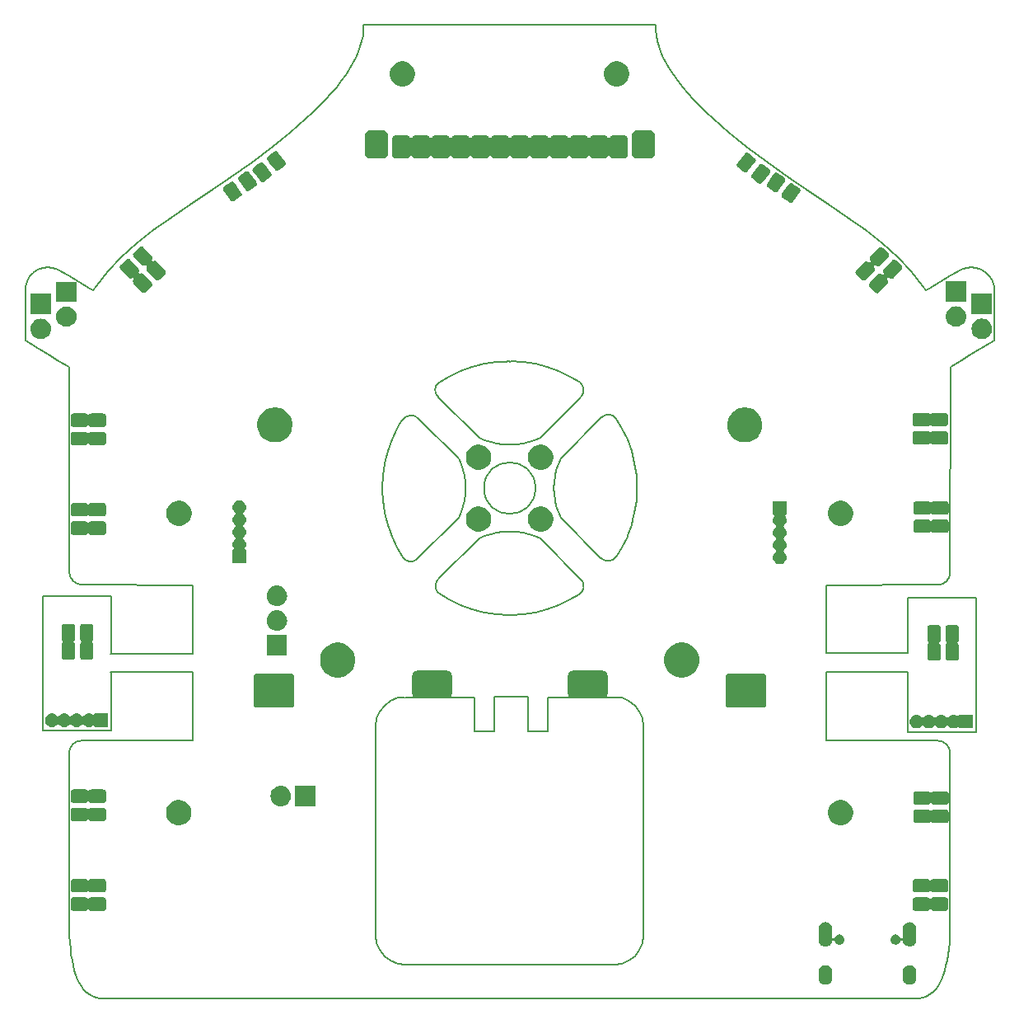
<source format=gbs>
G04 #@! TF.GenerationSoftware,KiCad,Pcbnew,(5.0.2)-1*
G04 #@! TF.CreationDate,2019-06-28T15:12:06+02:00*
G04 #@! TF.ProjectId,PCB_Fujitora,5043425f-4675-46a6-9974-6f72612e6b69,rev?*
G04 #@! TF.SameCoordinates,PX5b263a8PY821ca98*
G04 #@! TF.FileFunction,Soldermask,Bot*
G04 #@! TF.FilePolarity,Negative*
%FSLAX46Y46*%
G04 Gerber Fmt 4.6, Leading zero omitted, Abs format (unit mm)*
G04 Created by KiCad (PCBNEW (5.0.2)-1) date 28/06/2019 15:12:06*
%MOMM*%
%LPD*%
G01*
G04 APERTURE LIST*
%ADD10C,0.200000*%
%ADD11C,0.100000*%
G04 APERTURE END LIST*
D10*
X4318000Y25527000D02*
G75*
G02X5588000Y26797000I1270000J0D01*
G01*
X5715000Y42799000D02*
G75*
G02X4318000Y44196000I0J1397000D01*
G01*
X93599000Y26797000D02*
G75*
G02X94869000Y25527000I0J-1270000D01*
G01*
X94869000Y44069000D02*
G75*
G02X93599000Y42799000I-1270000J0D01*
G01*
X17043194Y33832800D02*
X17043194Y26787835D01*
X17045734Y42766975D02*
X17043194Y35712400D01*
X5588000Y26797000D02*
X17043194Y26787835D01*
X17045734Y42766975D02*
X5715000Y42799000D01*
X52244673Y52735480D02*
G75*
G03X52244673Y52735480I-2643553J0D01*
G01*
X46460800Y57898634D02*
X42285920Y62082680D01*
X57017705Y43286523D02*
G75*
G02X56763920Y41813480I-840554J-613567D01*
G01*
X60629841Y45772751D02*
G75*
G02X58948320Y45572680I-919522J561928D01*
G01*
X59053357Y59996443D02*
G75*
G02X60573920Y59847480I699091J-699092D01*
G01*
X56866366Y63556755D02*
G75*
G02X56916320Y62082680I-737446J-762875D01*
G01*
X42279927Y62075439D02*
G75*
G02X42336720Y63606680I615592J743842D01*
G01*
X38531076Y59642043D02*
G75*
G02X40304720Y59796680I935444J-480363D01*
G01*
X39999206Y45370510D02*
G75*
G02X38628320Y45623480I-560043J806047D01*
G01*
X42236912Y41967401D02*
G75*
G02X42336720Y43489880I836408J709679D01*
G01*
X8605520Y35712400D02*
X8605520Y41635680D01*
X82138520Y35763200D02*
X82138520Y42768520D01*
X90520520Y41457880D02*
X90520520Y35763200D01*
X90520520Y33832800D02*
X90520520Y27678380D01*
X97505520Y27678380D02*
X90520520Y27678380D01*
X97505520Y41457880D02*
X97505520Y27678380D01*
X90520520Y41457880D02*
X97505520Y41457880D01*
X82143600Y33832800D02*
X90525600Y33832800D01*
X82138520Y35763200D02*
X90525600Y35763200D01*
X17051020Y35712400D02*
X8585200Y35712400D01*
X17051020Y33832800D02*
X8585200Y33832800D01*
X1620520Y27856180D02*
X1620520Y41635680D01*
X8605520Y27856180D02*
X1620520Y27856180D01*
X8605520Y33832800D02*
X8605520Y27856180D01*
X1620520Y41635680D02*
X8605520Y41635680D01*
X44339480Y49693103D02*
X44588714Y50271119D01*
X62126337Y56508909D02*
X62436321Y55271383D01*
X61151089Y58863366D02*
X60573920Y59847480D01*
X62126337Y56508909D02*
X61696546Y57710093D01*
X45011017Y53364025D02*
X45039480Y52735208D01*
X54404310Y50869288D02*
X54263157Y51482718D01*
X61696546Y57710093D02*
X61151089Y58863366D01*
X35844508Y6800630D02*
X35844508Y28300630D01*
X63344508Y6800630D02*
X63344508Y28300630D01*
X43374748Y64200185D02*
X42336720Y63606680D01*
X45729205Y65175433D02*
X44528021Y64745642D01*
X48228683Y65672610D02*
X49079542Y65712441D01*
X49079542Y65712441D02*
X49502905Y65735208D01*
X55814270Y64200185D02*
X54756518Y64678135D01*
X43374748Y64200185D02*
X44528021Y64745642D01*
X52728218Y57898634D02*
X52150202Y57649400D01*
X49686113Y57198634D02*
X49594604Y57202785D01*
X52150202Y57649400D02*
X51552033Y57453406D01*
X51552033Y57453406D02*
X50938603Y57312253D01*
X50938603Y57312253D02*
X50314929Y57227097D01*
X50314929Y57227097D02*
X49686113Y57198634D01*
X56865520Y63555880D02*
X55814270Y64200185D01*
X52222287Y65485417D02*
X50960335Y65672610D01*
X53459813Y65175433D02*
X52222287Y65485417D01*
X49686113Y65735208D02*
X49594587Y65730704D01*
X54660997Y64745642D02*
X53459813Y65175433D01*
X49686113Y39735208D02*
X50960335Y39797807D01*
X53459813Y40294984D02*
X54660997Y40724775D01*
X44925861Y53987699D02*
X44784708Y54601128D01*
X37062681Y48961508D02*
X36752697Y50199034D01*
X44925861Y51482718D02*
X45011017Y52106392D01*
X36565504Y51460986D02*
X36518298Y52525904D01*
X50960335Y39797807D02*
X52222287Y39985000D01*
X48874089Y48243320D02*
X48250415Y48158164D01*
X49502905Y39735208D02*
X48228683Y39797807D01*
X38628320Y45623480D02*
X38037929Y46607051D01*
X37492472Y47760324D02*
X37320787Y48232934D01*
X36642935Y50907296D02*
X36565504Y51460986D01*
X37062681Y56508909D02*
X37492472Y57710093D01*
X44588714Y55199298D02*
X44339480Y55777314D01*
X44528021Y40724775D02*
X43374748Y41270232D01*
X54660997Y40724775D02*
X55814270Y41270232D01*
X55814270Y41270232D02*
X56763920Y41813480D01*
X47038816Y47821017D02*
X46460800Y47571783D01*
X36752697Y50199034D02*
X36642935Y50907296D01*
X38037929Y58863366D02*
X38312123Y59306955D01*
X38312123Y59306955D02*
X38526720Y59644280D01*
X47636986Y48017011D02*
X47038816Y47821017D01*
X45011017Y52106392D02*
X45039480Y52735208D01*
X44784708Y50869288D02*
X44925861Y51482718D01*
X43374748Y41270232D02*
X42235120Y41965880D01*
X44588714Y50271119D02*
X44784708Y50869288D01*
X36502905Y52735208D02*
X36565504Y54009431D01*
X36565504Y54009431D02*
X36752697Y55271383D01*
X45011017Y53364025D02*
X44925861Y53987699D01*
X37320787Y48232934D02*
X37062681Y48961508D01*
X49594641Y39739715D02*
X49686113Y39735208D01*
X44784708Y54601128D02*
X44588714Y55199298D01*
X44339480Y49693103D02*
X39999920Y45369480D01*
X44339480Y55777314D02*
X40304720Y59796680D01*
X37492472Y57710093D02*
X38037929Y58863366D01*
X38037929Y46607051D02*
X37492472Y47760324D01*
X36518298Y52525904D02*
X36502905Y52735208D01*
X36752697Y55271383D02*
X37062681Y56508909D01*
X49686113Y48271783D02*
X50314929Y48243320D01*
X50314929Y48243320D02*
X50938603Y48158164D01*
X51552033Y48017011D02*
X52150202Y47821017D01*
X52728218Y47571783D02*
X57017920Y43286680D01*
X49594623Y48267631D02*
X49502905Y48271783D01*
X7817429Y310422D02*
X91371589Y310422D01*
X4394008Y6063944D02*
X4455297Y5407008D01*
X4315208Y8273622D02*
X4323963Y7497251D01*
X4350230Y6760692D02*
X4394008Y6063944D01*
X4323963Y7497251D02*
X4350230Y6760692D01*
X5576008Y1584741D02*
X5794896Y1286110D01*
X4455297Y5407008D02*
X4534097Y4789884D01*
X5794896Y1286110D02*
X6031296Y1027291D01*
X4534097Y4789884D02*
X4630408Y4212571D01*
X4744230Y3675070D02*
X4875563Y3177381D01*
X4630408Y4212571D02*
X4744230Y3675070D01*
X6556629Y629088D02*
X6845563Y489704D01*
X4875563Y3177381D02*
X5024408Y2719504D01*
X6285207Y808284D02*
X6556629Y629088D01*
X5024408Y2719504D02*
X5190763Y2301438D01*
X6031296Y1027291D02*
X6285207Y808284D01*
X6845563Y489704D02*
X7152007Y390131D01*
X93157722Y1027291D02*
X92903811Y808284D01*
X93394122Y1286110D02*
X93157722Y1027291D01*
X93814388Y1923184D02*
X93613010Y1584741D01*
X94313455Y3177381D02*
X94164610Y2719504D01*
X93613010Y1584741D02*
X93394122Y1286110D01*
X93998255Y2301438D02*
X93814388Y1923184D01*
X94164610Y2719504D02*
X93998255Y2301438D01*
X94444788Y3675070D02*
X94313455Y3177381D01*
X94733721Y5407008D02*
X94654921Y4789884D01*
X94558610Y4212571D02*
X94444788Y3675070D01*
X94654921Y4789884D02*
X94558610Y4212571D01*
X94795010Y6063944D02*
X94733721Y5407008D01*
X94838788Y6760692D02*
X94795010Y6063944D01*
X94873810Y8273622D02*
X94865055Y7497251D01*
X94865055Y7497251D02*
X94838788Y6760692D01*
X94869000Y25527000D02*
X94873810Y8273622D01*
X82135980Y26789380D02*
X93599000Y26797000D01*
X82135980Y26789380D02*
X82138520Y33832800D01*
X4318000Y25527000D02*
X4315208Y8273622D01*
X93599000Y42799000D02*
X82138520Y42768520D01*
X54756518Y64678135D02*
X54660997Y64745642D01*
X46966731Y65485417D02*
X48228683Y65672610D01*
X50960335Y65672610D02*
X49686113Y65735208D01*
X91713056Y330371D02*
X91371589Y310422D01*
X52150202Y47821017D02*
X52728218Y47571783D01*
X52728218Y57898634D02*
X56916320Y62082680D01*
X92037011Y390131D02*
X91713056Y330371D01*
X45729205Y65175433D02*
X46966731Y65485417D01*
X62251045Y49558755D02*
X62436321Y50199034D01*
X49502905Y65735208D02*
X49594587Y65730704D01*
X45993997Y27800630D02*
X47993997Y27800630D01*
X35946731Y29077088D02*
X35844508Y28300630D01*
X45993997Y27800630D02*
X45993997Y31242000D01*
X35946731Y6024173D02*
X35844508Y6800630D01*
X63242286Y6024173D02*
X63344508Y6800630D01*
X36246432Y5300630D02*
X35946731Y6024173D01*
X38844508Y3800630D02*
X38068051Y3902853D01*
X38068051Y3902853D02*
X37344508Y4202554D01*
X60344508Y3800630D02*
X61120965Y3902853D01*
X45993997Y31242000D02*
X38844508Y31242000D01*
X62465828Y4679310D02*
X62942584Y5300630D01*
X1212712Y67086175D02*
X243894Y67660921D01*
X-190082Y67906499D02*
X-190130Y73355172D01*
X96204834Y75263597D02*
X96614481Y75375290D01*
X37344508Y4202554D02*
X36723188Y4679310D01*
X62942584Y29800630D02*
X62465828Y30421951D01*
X62465828Y30421951D02*
X61844508Y30898707D01*
X92742200Y73258277D02*
X92388426Y73035502D01*
X51489186Y31300630D02*
X47993997Y31300630D01*
X51489186Y27800630D02*
X53489186Y27800630D01*
X61844508Y30898707D02*
X61120965Y31198408D01*
X47993997Y27800630D02*
X47993997Y31300630D01*
X38068051Y31198408D02*
X37344508Y30898707D01*
X53489186Y27800630D02*
X53489186Y31242000D01*
X69811281Y91322921D02*
X69129374Y91987228D01*
X72145505Y89255277D02*
X71319303Y89957470D01*
X99119789Y74160308D02*
X99285730Y73769477D01*
X2151640Y75411946D02*
X1728863Y75372651D01*
X71319303Y89957470D02*
X70541243Y90646509D01*
X6446922Y73258331D02*
X6800697Y73035555D01*
X94869000Y44069000D02*
X94879277Y65142766D01*
X98886760Y74515248D02*
X99119789Y74160308D01*
X2574643Y75375157D02*
X2151640Y75411946D01*
X96020212Y75196909D02*
X94934116Y74582208D01*
X302364Y74515116D02*
X69335Y74160175D01*
X1728863Y75372651D02*
X1319886Y75258532D01*
X37344508Y30898707D02*
X36723188Y30421951D01*
X36723188Y30421951D02*
X36246432Y29800630D01*
X61844508Y4202554D02*
X62465828Y4679310D01*
X2984290Y75263465D02*
X2574643Y75375157D01*
X98251282Y75073387D02*
X98594126Y74822901D01*
X38811200Y31242000D02*
X38068051Y31198408D01*
X61120965Y31198408D02*
X60350400Y31242000D01*
X594998Y74822768D02*
X302364Y74515116D01*
X63242286Y29077088D02*
X62942584Y29800630D01*
X1319886Y75258532D02*
X937842Y75073255D01*
X69335Y74160175D02*
X-96606Y73769344D01*
X937842Y75073255D02*
X594998Y74822768D01*
X96968091Y66466294D02*
X95920903Y65806866D01*
X36246432Y29800630D02*
X35946731Y29077088D01*
X97460261Y75372783D02*
X97869238Y75258665D01*
X-96606Y73769344D02*
X-190130Y73355172D01*
X63344508Y28300630D02*
X63242286Y29077088D01*
X60344508Y31242000D02*
X53489186Y31242000D01*
X38844508Y3800630D02*
X60344508Y3800630D01*
X96020212Y75196909D02*
X96204834Y75263597D01*
X96968091Y66466294D02*
X97976411Y67086121D01*
X61120965Y3902853D02*
X61844508Y4202554D01*
X36723188Y4679310D02*
X36246432Y5300630D01*
X62942584Y5300630D02*
X63242286Y6024173D01*
X94934116Y74582208D02*
X93840967Y73933703D01*
X51489186Y27800630D02*
X51489186Y31300630D01*
X243894Y67660921D02*
X-190082Y67906499D01*
X66439168Y95145565D02*
X66044691Y95748263D01*
X68495480Y92639957D02*
X67909555Y93281630D01*
X30060751Y91987229D02*
X30694646Y92639957D01*
X33492156Y96342529D02*
X33791167Y96928887D01*
X33145434Y95748263D02*
X33492156Y96342529D01*
X87934587Y77859309D02*
X86217560Y79205571D01*
X78228900Y84621388D02*
X76084245Y86141290D01*
X2221032Y66466348D02*
X3268220Y65806919D01*
X69129374Y91987228D02*
X68495480Y92639957D01*
X4318000Y44196000D02*
X4309817Y65142766D01*
X4255007Y74582262D02*
X5348156Y73933756D01*
X67371557Y93912773D02*
X66881442Y94533910D01*
X4309817Y65142766D02*
X3268220Y65806919D01*
X64679175Y99205727D02*
X64618079Y99760412D01*
X94879277Y65142766D02*
X95920903Y65806866D01*
X34042508Y97507861D02*
X34246224Y98079976D01*
X8306908Y75028337D02*
X9693736Y76471310D01*
X5348156Y73933756D02*
X6446922Y73258331D01*
X32750958Y95145565D02*
X33145434Y95748263D01*
X14824611Y80528558D02*
X16791013Y81851960D01*
X20960188Y84621412D02*
X23104844Y86141314D01*
X18845470Y83204816D02*
X20960188Y84621412D01*
X93840967Y73933703D02*
X92742200Y73258277D01*
X89495352Y76471286D02*
X87934587Y77859309D01*
X32308684Y94533910D02*
X32750958Y95145565D01*
X9693736Y76471310D02*
X11254502Y77859333D01*
X27870822Y89957470D02*
X28648883Y90646510D01*
X97037484Y75412079D02*
X97460261Y75372783D01*
X65398959Y96928887D02*
X65147618Y97507861D01*
X3168699Y75197010D02*
X4255007Y74582262D01*
X65697969Y96342529D02*
X65398959Y96928887D01*
X73019891Y88539407D02*
X72145505Y89255277D01*
X84364478Y80528534D02*
X82398076Y81851936D01*
X2221032Y66466348D02*
X1212712Y67086175D01*
X27044621Y89255277D02*
X27870822Y89957470D01*
X65147618Y97507861D02*
X64943902Y98079976D01*
X30694646Y92639957D02*
X31280570Y93281630D01*
X97976411Y67086121D02*
X98945229Y67660868D01*
X80343619Y83204792D02*
X78228900Y84621388D01*
X64943902Y98079976D02*
X64787769Y98645757D01*
X76084245Y86141290D02*
X73942504Y87809335D01*
X25246584Y87809359D02*
X26170235Y88539407D01*
X34246224Y98079976D02*
X34402357Y98645757D01*
X73942504Y87809335D02*
X73019891Y88539407D01*
X2984290Y75263465D02*
X3168699Y75197010D01*
X28648883Y90646510D02*
X29378845Y91322921D01*
X29378845Y91322921D02*
X30060751Y91987229D01*
X96614481Y75375290D02*
X97037484Y75412079D01*
X98594126Y74822901D02*
X98886760Y74515248D01*
X99285730Y73769477D02*
X99379254Y73355305D01*
X33791167Y96928887D02*
X34042508Y97507861D01*
X97869238Y75258665D02*
X98251282Y75073387D01*
X64787769Y98645757D02*
X64679175Y99205727D01*
X70541243Y90646509D02*
X69811281Y91322921D01*
X66044691Y95748263D02*
X65697969Y96342529D01*
X99378989Y67906364D02*
X99379254Y73355305D01*
X98945229Y67660868D02*
X99378989Y67906364D01*
X48874089Y57227097D02*
X49502905Y57198634D01*
X92388426Y73035502D02*
X92079924Y73522478D01*
X54600304Y50271119D02*
X54404310Y50869288D01*
X34572047Y99760412D02*
X34585695Y100310406D01*
X62686113Y52735208D02*
X62623514Y54009431D01*
X6800697Y73035555D02*
X7109164Y73522502D01*
X16791013Y81851960D02*
X18845470Y83204816D01*
X31280570Y93281630D02*
X31818569Y93912773D01*
X54849538Y49693103D02*
X58948320Y45572680D01*
X67909555Y93281630D02*
X67371557Y93912773D01*
X64618079Y99760412D02*
X64604437Y100310336D01*
X66881442Y94533910D02*
X66439168Y95145565D01*
X86217560Y79205571D02*
X84364478Y80528534D01*
X92079924Y73522478D02*
X90882180Y75028313D01*
X62623514Y51460986D02*
X62686113Y52735208D01*
X61752970Y47885469D02*
X62126337Y48961508D01*
X54263157Y53987699D02*
X54404310Y54601128D01*
X46460800Y57898634D02*
X47038816Y57649400D01*
X54849538Y49693103D02*
X54600304Y50271119D01*
X47038816Y57649400D02*
X47636986Y57453406D01*
X34585695Y100310406D02*
X64604437Y100310336D01*
X34402357Y98645757D02*
X34510950Y99205727D01*
X61151089Y46607051D02*
X61696546Y47760324D01*
X54600304Y55199298D02*
X54849538Y55777314D01*
X60624720Y45775880D02*
X61151089Y46607051D01*
X12971529Y79205595D02*
X14824611Y80528558D01*
X34510950Y99205727D02*
X34572047Y99760412D01*
X54149538Y52735208D02*
X54178001Y53364025D01*
X23104844Y86141314D02*
X25246584Y87809359D01*
X26170235Y88539407D02*
X27044621Y89255277D01*
X7109164Y73522502D02*
X8306908Y75028337D01*
X11254502Y77859333D02*
X12971529Y79205595D01*
X90882180Y75028313D02*
X89495352Y76471286D01*
X82398076Y81851936D02*
X80343619Y83204792D01*
X31818569Y93912773D02*
X32308684Y94533910D01*
X48250415Y57312253D02*
X48874089Y57227097D01*
X47636986Y57453406D02*
X48250415Y57312253D01*
X54178001Y52106392D02*
X54149538Y52735208D01*
X92632389Y629088D02*
X92343455Y489704D01*
X49594623Y48267631D02*
X49686113Y48271783D01*
X45729205Y40294984D02*
X44528021Y40724775D01*
X5374630Y1923184D02*
X5576008Y1584741D01*
X54404310Y54601128D02*
X54600304Y55199298D01*
X49502905Y57198634D02*
X49594604Y57202785D01*
X48250415Y48158164D02*
X47636986Y48017011D01*
X46966731Y39985000D02*
X45729205Y40294984D01*
X49594641Y39739715D02*
X49502905Y39735208D01*
X50938603Y48158164D02*
X51552033Y48017011D01*
X54263157Y51482718D02*
X54178001Y52106392D01*
X62126337Y48961508D02*
X62251045Y49558755D01*
X62623514Y54009431D02*
X62436321Y55271383D01*
X49502905Y48271783D02*
X48874089Y48243320D01*
X52222287Y39985000D02*
X53459813Y40294984D01*
X62436321Y50199034D02*
X62623514Y51460986D01*
X54849538Y55777314D02*
X59049920Y59999880D01*
X7475963Y330371D02*
X7817429Y310422D01*
X92343455Y489704D02*
X92037011Y390131D01*
X61696546Y47760324D02*
X61752970Y47885469D01*
X46460800Y47571783D02*
X42336720Y43489880D01*
X54178001Y53364025D02*
X54263157Y53987699D01*
X48228683Y39797807D02*
X46966731Y39985000D01*
X5190763Y2301438D02*
X5374630Y1923184D01*
X92903811Y808284D02*
X92632389Y629088D01*
X7152007Y390131D02*
X7475963Y330371D01*
D11*
G36*
X90837543Y3721952D02*
X90969494Y3681925D01*
X91091100Y3616925D01*
X91197689Y3529450D01*
X91285165Y3422861D01*
X91350165Y3301255D01*
X91390192Y3169304D01*
X91400320Y3066470D01*
X91400320Y2397690D01*
X91390192Y2294856D01*
X91350165Y2162905D01*
X91285165Y2041299D01*
X91197690Y1934710D01*
X91091101Y1847235D01*
X90969495Y1782235D01*
X90837544Y1742208D01*
X90700320Y1728693D01*
X90563097Y1742208D01*
X90431146Y1782235D01*
X90309540Y1847235D01*
X90202951Y1934710D01*
X90115476Y2041299D01*
X90050475Y2162905D01*
X90010448Y2294856D01*
X90000320Y2397690D01*
X90000320Y3066469D01*
X90010448Y3169303D01*
X90050475Y3301254D01*
X90115475Y3422860D01*
X90202950Y3529449D01*
X90309539Y3616925D01*
X90431145Y3681925D01*
X90563096Y3721952D01*
X90700320Y3735467D01*
X90837543Y3721952D01*
X90837543Y3721952D01*
G37*
G36*
X82197543Y3721952D02*
X82329494Y3681925D01*
X82451100Y3616925D01*
X82557689Y3529450D01*
X82645165Y3422861D01*
X82710165Y3301255D01*
X82750192Y3169304D01*
X82760320Y3066470D01*
X82760320Y2397690D01*
X82750192Y2294856D01*
X82710165Y2162905D01*
X82645165Y2041299D01*
X82557690Y1934710D01*
X82451101Y1847235D01*
X82329495Y1782235D01*
X82197544Y1742208D01*
X82060320Y1728693D01*
X81923097Y1742208D01*
X81791146Y1782235D01*
X81669540Y1847235D01*
X81562951Y1934710D01*
X81475476Y2041299D01*
X81410475Y2162905D01*
X81370448Y2294856D01*
X81360320Y2397690D01*
X81360320Y3066469D01*
X81370448Y3169303D01*
X81410475Y3301254D01*
X81475475Y3422860D01*
X81562950Y3529449D01*
X81669539Y3616925D01*
X81791145Y3681925D01*
X81923096Y3721952D01*
X82060320Y3735467D01*
X82197543Y3721952D01*
X82197543Y3721952D01*
G37*
G36*
X82197543Y8151952D02*
X82329494Y8111925D01*
X82451100Y8046925D01*
X82557689Y7959450D01*
X82645165Y7852861D01*
X82710165Y7731255D01*
X82750192Y7599304D01*
X82760320Y7496470D01*
X82760320Y6620012D01*
X82762722Y6595626D01*
X82769835Y6572177D01*
X82781386Y6550566D01*
X82796932Y6531624D01*
X82815874Y6516078D01*
X82837485Y6504527D01*
X82860934Y6497414D01*
X82885320Y6495012D01*
X82909706Y6497414D01*
X82933155Y6504527D01*
X82954766Y6516078D01*
X82973708Y6531624D01*
X82989254Y6550566D01*
X83000805Y6572176D01*
X83000805Y6572177D01*
X83025071Y6630761D01*
X83082526Y6716748D01*
X83082528Y6716751D01*
X83155649Y6789872D01*
X83156038Y6790132D01*
X83241639Y6847329D01*
X83337183Y6886904D01*
X83337184Y6886904D01*
X83337186Y6886905D01*
X83438611Y6907080D01*
X83542029Y6907080D01*
X83643454Y6886905D01*
X83643456Y6886904D01*
X83643457Y6886904D01*
X83739001Y6847329D01*
X83824602Y6790132D01*
X83824991Y6789872D01*
X83898112Y6716751D01*
X83898114Y6716748D01*
X83955569Y6630761D01*
X83995144Y6535217D01*
X83995145Y6535214D01*
X84015320Y6433789D01*
X84015320Y6330371D01*
X84000127Y6253990D01*
X83995144Y6228943D01*
X83955569Y6133399D01*
X83898372Y6047798D01*
X83898112Y6047409D01*
X83824991Y5974288D01*
X83824988Y5974286D01*
X83739001Y5916831D01*
X83643457Y5877256D01*
X83643456Y5877256D01*
X83643454Y5877255D01*
X83542029Y5857080D01*
X83438611Y5857080D01*
X83337186Y5877255D01*
X83337184Y5877256D01*
X83337183Y5877256D01*
X83241639Y5916831D01*
X83155652Y5974286D01*
X83155649Y5974288D01*
X83082528Y6047409D01*
X83082268Y6047798D01*
X83025071Y6133399D01*
X82985496Y6228943D01*
X82984072Y6232380D01*
X82972520Y6253991D01*
X82956975Y6272933D01*
X82938033Y6288478D01*
X82916422Y6300029D01*
X82892972Y6307142D01*
X82868586Y6309544D01*
X82844200Y6307142D01*
X82820751Y6300029D01*
X82799140Y6288477D01*
X82780198Y6272932D01*
X82764653Y6253990D01*
X82748974Y6220840D01*
X82710165Y6092905D01*
X82645165Y5971299D01*
X82557690Y5864710D01*
X82451101Y5777235D01*
X82329495Y5712235D01*
X82197544Y5672208D01*
X82060320Y5658693D01*
X81923097Y5672208D01*
X81791146Y5712235D01*
X81669540Y5777235D01*
X81562951Y5864710D01*
X81475476Y5971299D01*
X81410476Y6092905D01*
X81370449Y6224856D01*
X81360321Y6327690D01*
X81360320Y7496469D01*
X81370448Y7599303D01*
X81410475Y7731254D01*
X81475475Y7852860D01*
X81562950Y7959449D01*
X81669539Y8046925D01*
X81791145Y8111925D01*
X81923096Y8151952D01*
X82060320Y8165467D01*
X82197543Y8151952D01*
X82197543Y8151952D01*
G37*
G36*
X90837543Y8151952D02*
X90969494Y8111925D01*
X91091100Y8046925D01*
X91197689Y7959450D01*
X91285165Y7852861D01*
X91350165Y7731255D01*
X91390192Y7599304D01*
X91400320Y7496470D01*
X91400320Y6327690D01*
X91390192Y6224856D01*
X91350165Y6092905D01*
X91285165Y5971299D01*
X91197690Y5864710D01*
X91091101Y5777235D01*
X90969495Y5712235D01*
X90837544Y5672208D01*
X90700320Y5658693D01*
X90563097Y5672208D01*
X90431146Y5712235D01*
X90309540Y5777235D01*
X90202951Y5864710D01*
X90115476Y5971299D01*
X90050476Y6092905D01*
X90011664Y6220849D01*
X90002294Y6243470D01*
X89988681Y6263845D01*
X89971354Y6281172D01*
X89950979Y6294786D01*
X89928340Y6304163D01*
X89904307Y6308944D01*
X89879802Y6308944D01*
X89855769Y6304164D01*
X89833130Y6294786D01*
X89812755Y6281173D01*
X89795428Y6263846D01*
X89776569Y6232382D01*
X89771784Y6220831D01*
X89735569Y6133399D01*
X89678372Y6047798D01*
X89678112Y6047409D01*
X89604991Y5974288D01*
X89604988Y5974286D01*
X89519001Y5916831D01*
X89423457Y5877256D01*
X89423456Y5877256D01*
X89423454Y5877255D01*
X89322029Y5857080D01*
X89218611Y5857080D01*
X89117186Y5877255D01*
X89117184Y5877256D01*
X89117183Y5877256D01*
X89021639Y5916831D01*
X88935652Y5974286D01*
X88935649Y5974288D01*
X88862528Y6047409D01*
X88862268Y6047798D01*
X88805071Y6133399D01*
X88765496Y6228943D01*
X88760514Y6253990D01*
X88745320Y6330371D01*
X88745320Y6433789D01*
X88765495Y6535214D01*
X88765496Y6535217D01*
X88805071Y6630761D01*
X88862526Y6716748D01*
X88862528Y6716751D01*
X88935649Y6789872D01*
X88936038Y6790132D01*
X89021639Y6847329D01*
X89117183Y6886904D01*
X89117184Y6886904D01*
X89117186Y6886905D01*
X89218611Y6907080D01*
X89322029Y6907080D01*
X89423454Y6886905D01*
X89423456Y6886904D01*
X89423457Y6886904D01*
X89519001Y6847329D01*
X89604602Y6790132D01*
X89604991Y6789872D01*
X89678112Y6716751D01*
X89678114Y6716748D01*
X89735569Y6630761D01*
X89759835Y6572177D01*
X89759836Y6572174D01*
X89771388Y6550563D01*
X89786933Y6531621D01*
X89805876Y6516076D01*
X89827486Y6504525D01*
X89850936Y6497412D01*
X89875322Y6495010D01*
X89899708Y6497412D01*
X89923157Y6504525D01*
X89944768Y6516077D01*
X89963710Y6531622D01*
X89979255Y6550565D01*
X89990806Y6572175D01*
X89997919Y6595625D01*
X90000321Y6620010D01*
X90000320Y7496460D01*
X90000320Y7496469D01*
X90010448Y7599303D01*
X90050475Y7731254D01*
X90115475Y7852860D01*
X90202950Y7959449D01*
X90309539Y8046925D01*
X90431145Y8111925D01*
X90563096Y8151952D01*
X90700320Y8165467D01*
X90837543Y8151952D01*
X90837543Y8151952D01*
G37*
G36*
X6040517Y10709183D02*
X6093173Y10693210D01*
X6141685Y10667280D01*
X6184216Y10632376D01*
X6191144Y10623934D01*
X6208472Y10606607D01*
X6228846Y10592993D01*
X6251485Y10583616D01*
X6275519Y10578836D01*
X6300023Y10578836D01*
X6324057Y10583617D01*
X6346696Y10592994D01*
X6367070Y10606608D01*
X6384396Y10623934D01*
X6391324Y10632376D01*
X6433855Y10667280D01*
X6482367Y10693210D01*
X6535023Y10709183D01*
X6595910Y10715180D01*
X7821130Y10715180D01*
X7882017Y10709183D01*
X7934673Y10693210D01*
X7983185Y10667280D01*
X8025716Y10632376D01*
X8060620Y10589845D01*
X8086550Y10541333D01*
X8102523Y10488677D01*
X8108520Y10427790D01*
X8108520Y9627570D01*
X8102523Y9566683D01*
X8086550Y9514027D01*
X8060620Y9465515D01*
X8025716Y9422984D01*
X7983185Y9388080D01*
X7934673Y9362150D01*
X7882017Y9346177D01*
X7821130Y9340180D01*
X6595910Y9340180D01*
X6535023Y9346177D01*
X6482367Y9362150D01*
X6433855Y9388080D01*
X6391324Y9422984D01*
X6384396Y9431426D01*
X6367068Y9448753D01*
X6346694Y9462367D01*
X6324055Y9471744D01*
X6300021Y9476524D01*
X6275517Y9476524D01*
X6251483Y9471743D01*
X6228844Y9462366D01*
X6208470Y9448752D01*
X6191144Y9431426D01*
X6184216Y9422984D01*
X6141685Y9388080D01*
X6093173Y9362150D01*
X6040517Y9346177D01*
X5979630Y9340180D01*
X4754410Y9340180D01*
X4693523Y9346177D01*
X4640867Y9362150D01*
X4592355Y9388080D01*
X4549824Y9422984D01*
X4514920Y9465515D01*
X4488990Y9514027D01*
X4473017Y9566683D01*
X4467020Y9627570D01*
X4467020Y10427790D01*
X4473017Y10488677D01*
X4488990Y10541333D01*
X4514920Y10589845D01*
X4549824Y10632376D01*
X4592355Y10667280D01*
X4640867Y10693210D01*
X4693523Y10709183D01*
X4754410Y10715180D01*
X5979630Y10715180D01*
X6040517Y10709183D01*
X6040517Y10709183D01*
G37*
G36*
X92591017Y10709183D02*
X92643673Y10693210D01*
X92692185Y10667280D01*
X92734716Y10632376D01*
X92741644Y10623934D01*
X92758972Y10606607D01*
X92779346Y10592993D01*
X92801985Y10583616D01*
X92826019Y10578836D01*
X92850523Y10578836D01*
X92874557Y10583617D01*
X92897196Y10592994D01*
X92917570Y10606608D01*
X92934896Y10623934D01*
X92941824Y10632376D01*
X92984355Y10667280D01*
X93032867Y10693210D01*
X93085523Y10709183D01*
X93146410Y10715180D01*
X94371630Y10715180D01*
X94432517Y10709183D01*
X94485173Y10693210D01*
X94533685Y10667280D01*
X94576216Y10632376D01*
X94611120Y10589845D01*
X94637050Y10541333D01*
X94653023Y10488677D01*
X94659020Y10427790D01*
X94659020Y9627570D01*
X94653023Y9566683D01*
X94637050Y9514027D01*
X94611120Y9465515D01*
X94576216Y9422984D01*
X94533685Y9388080D01*
X94485173Y9362150D01*
X94432517Y9346177D01*
X94371630Y9340180D01*
X93146410Y9340180D01*
X93085523Y9346177D01*
X93032867Y9362150D01*
X92984355Y9388080D01*
X92941824Y9422984D01*
X92934896Y9431426D01*
X92917568Y9448753D01*
X92897194Y9462367D01*
X92874555Y9471744D01*
X92850521Y9476524D01*
X92826017Y9476524D01*
X92801983Y9471743D01*
X92779344Y9462366D01*
X92758970Y9448752D01*
X92741644Y9431426D01*
X92734716Y9422984D01*
X92692185Y9388080D01*
X92643673Y9362150D01*
X92591017Y9346177D01*
X92530130Y9340180D01*
X91304910Y9340180D01*
X91244023Y9346177D01*
X91191367Y9362150D01*
X91142855Y9388080D01*
X91100324Y9422984D01*
X91065420Y9465515D01*
X91039490Y9514027D01*
X91023517Y9566683D01*
X91017520Y9627570D01*
X91017520Y10427790D01*
X91023517Y10488677D01*
X91039490Y10541333D01*
X91065420Y10589845D01*
X91100324Y10632376D01*
X91142855Y10667280D01*
X91191367Y10693210D01*
X91244023Y10709183D01*
X91304910Y10715180D01*
X92530130Y10715180D01*
X92591017Y10709183D01*
X92591017Y10709183D01*
G37*
G36*
X92591017Y12584183D02*
X92643673Y12568210D01*
X92692185Y12542280D01*
X92734716Y12507376D01*
X92741644Y12498934D01*
X92758972Y12481607D01*
X92779346Y12467993D01*
X92801985Y12458616D01*
X92826019Y12453836D01*
X92850523Y12453836D01*
X92874557Y12458617D01*
X92897196Y12467994D01*
X92917570Y12481608D01*
X92934896Y12498934D01*
X92941824Y12507376D01*
X92984355Y12542280D01*
X93032867Y12568210D01*
X93085523Y12584183D01*
X93146410Y12590180D01*
X94371630Y12590180D01*
X94432517Y12584183D01*
X94485173Y12568210D01*
X94533685Y12542280D01*
X94576216Y12507376D01*
X94611120Y12464845D01*
X94637050Y12416333D01*
X94653023Y12363677D01*
X94659020Y12302790D01*
X94659020Y11502570D01*
X94653023Y11441683D01*
X94637050Y11389027D01*
X94611120Y11340515D01*
X94576216Y11297984D01*
X94533685Y11263080D01*
X94485173Y11237150D01*
X94432517Y11221177D01*
X94371630Y11215180D01*
X93146410Y11215180D01*
X93085523Y11221177D01*
X93032867Y11237150D01*
X92984355Y11263080D01*
X92941824Y11297984D01*
X92934896Y11306426D01*
X92917568Y11323753D01*
X92897194Y11337367D01*
X92874555Y11346744D01*
X92850521Y11351524D01*
X92826017Y11351524D01*
X92801983Y11346743D01*
X92779344Y11337366D01*
X92758970Y11323752D01*
X92741644Y11306426D01*
X92734716Y11297984D01*
X92692185Y11263080D01*
X92643673Y11237150D01*
X92591017Y11221177D01*
X92530130Y11215180D01*
X91304910Y11215180D01*
X91244023Y11221177D01*
X91191367Y11237150D01*
X91142855Y11263080D01*
X91100324Y11297984D01*
X91065420Y11340515D01*
X91039490Y11389027D01*
X91023517Y11441683D01*
X91017520Y11502570D01*
X91017520Y12302790D01*
X91023517Y12363677D01*
X91039490Y12416333D01*
X91065420Y12464845D01*
X91100324Y12507376D01*
X91142855Y12542280D01*
X91191367Y12568210D01*
X91244023Y12584183D01*
X91304910Y12590180D01*
X92530130Y12590180D01*
X92591017Y12584183D01*
X92591017Y12584183D01*
G37*
G36*
X6040517Y12584183D02*
X6093173Y12568210D01*
X6141685Y12542280D01*
X6184216Y12507376D01*
X6191144Y12498934D01*
X6208472Y12481607D01*
X6228846Y12467993D01*
X6251485Y12458616D01*
X6275519Y12453836D01*
X6300023Y12453836D01*
X6324057Y12458617D01*
X6346696Y12467994D01*
X6367070Y12481608D01*
X6384396Y12498934D01*
X6391324Y12507376D01*
X6433855Y12542280D01*
X6482367Y12568210D01*
X6535023Y12584183D01*
X6595910Y12590180D01*
X7821130Y12590180D01*
X7882017Y12584183D01*
X7934673Y12568210D01*
X7983185Y12542280D01*
X8025716Y12507376D01*
X8060620Y12464845D01*
X8086550Y12416333D01*
X8102523Y12363677D01*
X8108520Y12302790D01*
X8108520Y11502570D01*
X8102523Y11441683D01*
X8086550Y11389027D01*
X8060620Y11340515D01*
X8025716Y11297984D01*
X7983185Y11263080D01*
X7934673Y11237150D01*
X7882017Y11221177D01*
X7821130Y11215180D01*
X6595910Y11215180D01*
X6535023Y11221177D01*
X6482367Y11237150D01*
X6433855Y11263080D01*
X6391324Y11297984D01*
X6384396Y11306426D01*
X6367068Y11323753D01*
X6346694Y11337367D01*
X6324055Y11346744D01*
X6300021Y11351524D01*
X6275517Y11351524D01*
X6251483Y11346743D01*
X6228844Y11337366D01*
X6208470Y11323752D01*
X6191144Y11306426D01*
X6184216Y11297984D01*
X6141685Y11263080D01*
X6093173Y11237150D01*
X6040517Y11221177D01*
X5979630Y11215180D01*
X4754410Y11215180D01*
X4693523Y11221177D01*
X4640867Y11237150D01*
X4592355Y11263080D01*
X4549824Y11297984D01*
X4514920Y11340515D01*
X4488990Y11389027D01*
X4473017Y11441683D01*
X4467020Y11502570D01*
X4467020Y12302790D01*
X4473017Y12363677D01*
X4488990Y12416333D01*
X4514920Y12464845D01*
X4549824Y12507376D01*
X4592355Y12542280D01*
X4640867Y12568210D01*
X4693523Y12584183D01*
X4754410Y12590180D01*
X5979630Y12590180D01*
X6040517Y12584183D01*
X6040517Y12584183D01*
G37*
G36*
X83983296Y20660722D02*
X84219880Y20562726D01*
X84432805Y20420454D01*
X84613874Y20239385D01*
X84756146Y20026460D01*
X84854142Y19789876D01*
X84904100Y19538720D01*
X84904100Y19282640D01*
X84854142Y19031484D01*
X84756146Y18794900D01*
X84613874Y18581975D01*
X84432805Y18400906D01*
X84219880Y18258634D01*
X83983296Y18160638D01*
X83732140Y18110680D01*
X83476060Y18110680D01*
X83224904Y18160638D01*
X82988320Y18258634D01*
X82775395Y18400906D01*
X82594326Y18581975D01*
X82452054Y18794900D01*
X82354058Y19031484D01*
X82304100Y19282640D01*
X82304100Y19538720D01*
X82354058Y19789876D01*
X82452054Y20026460D01*
X82594326Y20239385D01*
X82775395Y20420454D01*
X82988320Y20562726D01*
X83224904Y20660722D01*
X83476060Y20710680D01*
X83732140Y20710680D01*
X83983296Y20660722D01*
X83983296Y20660722D01*
G37*
G36*
X15964636Y20660722D02*
X16201220Y20562726D01*
X16414145Y20420454D01*
X16595214Y20239385D01*
X16737486Y20026460D01*
X16835482Y19789876D01*
X16885440Y19538720D01*
X16885440Y19282640D01*
X16835482Y19031484D01*
X16737486Y18794900D01*
X16595214Y18581975D01*
X16414145Y18400906D01*
X16201220Y18258634D01*
X15964636Y18160638D01*
X15713480Y18110680D01*
X15457400Y18110680D01*
X15206244Y18160638D01*
X14969660Y18258634D01*
X14756735Y18400906D01*
X14575666Y18581975D01*
X14433394Y18794900D01*
X14335398Y19031484D01*
X14285440Y19282640D01*
X14285440Y19538720D01*
X14335398Y19789876D01*
X14433394Y20026460D01*
X14575666Y20239385D01*
X14756735Y20420454D01*
X14969660Y20562726D01*
X15206244Y20660722D01*
X15457400Y20710680D01*
X15713480Y20710680D01*
X15964636Y20660722D01*
X15964636Y20660722D01*
G37*
G36*
X92654517Y19726183D02*
X92707173Y19710210D01*
X92755685Y19684280D01*
X92798216Y19649376D01*
X92805144Y19640934D01*
X92822472Y19623607D01*
X92842846Y19609993D01*
X92865485Y19600616D01*
X92889519Y19595836D01*
X92914023Y19595836D01*
X92938057Y19600617D01*
X92960696Y19609994D01*
X92981070Y19623608D01*
X92998396Y19640934D01*
X93005324Y19649376D01*
X93047855Y19684280D01*
X93096367Y19710210D01*
X93149023Y19726183D01*
X93209910Y19732180D01*
X94435130Y19732180D01*
X94496017Y19726183D01*
X94548673Y19710210D01*
X94597185Y19684280D01*
X94639716Y19649376D01*
X94674620Y19606845D01*
X94700550Y19558333D01*
X94716523Y19505677D01*
X94722520Y19444790D01*
X94722520Y18644570D01*
X94716523Y18583683D01*
X94700550Y18531027D01*
X94674620Y18482515D01*
X94639716Y18439984D01*
X94597185Y18405080D01*
X94548673Y18379150D01*
X94496017Y18363177D01*
X94435130Y18357180D01*
X93209910Y18357180D01*
X93149023Y18363177D01*
X93096367Y18379150D01*
X93047855Y18405080D01*
X93005324Y18439984D01*
X92998396Y18448426D01*
X92981068Y18465753D01*
X92960694Y18479367D01*
X92938055Y18488744D01*
X92914021Y18493524D01*
X92889517Y18493524D01*
X92865483Y18488743D01*
X92842844Y18479366D01*
X92822470Y18465752D01*
X92805144Y18448426D01*
X92798216Y18439984D01*
X92755685Y18405080D01*
X92707173Y18379150D01*
X92654517Y18363177D01*
X92593630Y18357180D01*
X91368410Y18357180D01*
X91307523Y18363177D01*
X91254867Y18379150D01*
X91206355Y18405080D01*
X91163824Y18439984D01*
X91128920Y18482515D01*
X91102990Y18531027D01*
X91087017Y18583683D01*
X91081020Y18644570D01*
X91081020Y19444790D01*
X91087017Y19505677D01*
X91102990Y19558333D01*
X91128920Y19606845D01*
X91163824Y19649376D01*
X91206355Y19684280D01*
X91254867Y19710210D01*
X91307523Y19726183D01*
X91368410Y19732180D01*
X92593630Y19732180D01*
X92654517Y19726183D01*
X92654517Y19726183D01*
G37*
G36*
X6040517Y19916683D02*
X6093173Y19900710D01*
X6141685Y19874780D01*
X6184216Y19839876D01*
X6191144Y19831434D01*
X6208472Y19814107D01*
X6228846Y19800493D01*
X6251485Y19791116D01*
X6275519Y19786336D01*
X6300023Y19786336D01*
X6324057Y19791117D01*
X6346696Y19800494D01*
X6367070Y19814108D01*
X6384396Y19831434D01*
X6391324Y19839876D01*
X6433855Y19874780D01*
X6482367Y19900710D01*
X6535023Y19916683D01*
X6595910Y19922680D01*
X7821130Y19922680D01*
X7882017Y19916683D01*
X7934673Y19900710D01*
X7983185Y19874780D01*
X8025716Y19839876D01*
X8060620Y19797345D01*
X8086550Y19748833D01*
X8102523Y19696177D01*
X8108520Y19635290D01*
X8108520Y18835070D01*
X8102523Y18774183D01*
X8086550Y18721527D01*
X8060620Y18673015D01*
X8025716Y18630484D01*
X7983185Y18595580D01*
X7934673Y18569650D01*
X7882017Y18553677D01*
X7821130Y18547680D01*
X6595910Y18547680D01*
X6535023Y18553677D01*
X6482367Y18569650D01*
X6433855Y18595580D01*
X6391324Y18630484D01*
X6384396Y18638926D01*
X6367068Y18656253D01*
X6346694Y18669867D01*
X6324055Y18679244D01*
X6300021Y18684024D01*
X6275517Y18684024D01*
X6251483Y18679243D01*
X6228844Y18669866D01*
X6208470Y18656252D01*
X6191144Y18638926D01*
X6184216Y18630484D01*
X6141685Y18595580D01*
X6093173Y18569650D01*
X6040517Y18553677D01*
X5979630Y18547680D01*
X4754410Y18547680D01*
X4693523Y18553677D01*
X4640867Y18569650D01*
X4592355Y18595580D01*
X4549824Y18630484D01*
X4514920Y18673015D01*
X4488990Y18721527D01*
X4473017Y18774183D01*
X4467020Y18835070D01*
X4467020Y19635290D01*
X4473017Y19696177D01*
X4488990Y19748833D01*
X4514920Y19797345D01*
X4549824Y19839876D01*
X4592355Y19874780D01*
X4640867Y19900710D01*
X4693523Y19916683D01*
X4754410Y19922680D01*
X5979630Y19922680D01*
X6040517Y19916683D01*
X6040517Y19916683D01*
G37*
G36*
X26196727Y22167584D02*
X26273856Y22159987D01*
X26405807Y22119960D01*
X26471783Y22099947D01*
X26654192Y22002447D01*
X26814074Y21871234D01*
X26945287Y21711352D01*
X27042787Y21528943D01*
X27056119Y21484993D01*
X27102827Y21331016D01*
X27123100Y21125180D01*
X27102827Y20919344D01*
X27062800Y20787393D01*
X27042787Y20721417D01*
X26945287Y20539008D01*
X26814074Y20379126D01*
X26654192Y20247913D01*
X26471783Y20150413D01*
X26405807Y20130400D01*
X26273856Y20090373D01*
X26196727Y20082777D01*
X26119600Y20075180D01*
X26016440Y20075180D01*
X25939313Y20082777D01*
X25862184Y20090373D01*
X25730233Y20130400D01*
X25664257Y20150413D01*
X25481848Y20247913D01*
X25321966Y20379126D01*
X25190753Y20539008D01*
X25093253Y20721417D01*
X25073240Y20787393D01*
X25033213Y20919344D01*
X25012940Y21125180D01*
X25033213Y21331016D01*
X25079921Y21484993D01*
X25093253Y21528943D01*
X25190753Y21711352D01*
X25321966Y21871234D01*
X25481848Y22002447D01*
X25664257Y22099947D01*
X25730233Y22119960D01*
X25862184Y22159987D01*
X25939313Y22167584D01*
X26016440Y22175180D01*
X26119600Y22175180D01*
X26196727Y22167584D01*
X26196727Y22167584D01*
G37*
G36*
X29658020Y20075180D02*
X27558020Y20075180D01*
X27558020Y22175180D01*
X29658020Y22175180D01*
X29658020Y20075180D01*
X29658020Y20075180D01*
G37*
G36*
X92654517Y21601183D02*
X92707173Y21585210D01*
X92755685Y21559280D01*
X92798216Y21524376D01*
X92805144Y21515934D01*
X92822472Y21498607D01*
X92842846Y21484993D01*
X92865485Y21475616D01*
X92889519Y21470836D01*
X92914023Y21470836D01*
X92938057Y21475617D01*
X92960696Y21484994D01*
X92981070Y21498608D01*
X92998396Y21515934D01*
X93005324Y21524376D01*
X93047855Y21559280D01*
X93096367Y21585210D01*
X93149023Y21601183D01*
X93209910Y21607180D01*
X94435130Y21607180D01*
X94496017Y21601183D01*
X94548673Y21585210D01*
X94597185Y21559280D01*
X94639716Y21524376D01*
X94674620Y21481845D01*
X94700550Y21433333D01*
X94716523Y21380677D01*
X94722520Y21319790D01*
X94722520Y20519570D01*
X94716523Y20458683D01*
X94700550Y20406027D01*
X94674620Y20357515D01*
X94639716Y20314984D01*
X94597185Y20280080D01*
X94548673Y20254150D01*
X94496017Y20238177D01*
X94435130Y20232180D01*
X93209910Y20232180D01*
X93149023Y20238177D01*
X93096367Y20254150D01*
X93047855Y20280080D01*
X93005324Y20314984D01*
X92998396Y20323426D01*
X92981068Y20340753D01*
X92960694Y20354367D01*
X92938055Y20363744D01*
X92914021Y20368524D01*
X92889517Y20368524D01*
X92865483Y20363743D01*
X92842844Y20354366D01*
X92822470Y20340752D01*
X92805144Y20323426D01*
X92798216Y20314984D01*
X92755685Y20280080D01*
X92707173Y20254150D01*
X92654517Y20238177D01*
X92593630Y20232180D01*
X91368410Y20232180D01*
X91307523Y20238177D01*
X91254867Y20254150D01*
X91206355Y20280080D01*
X91163824Y20314984D01*
X91128920Y20357515D01*
X91102990Y20406027D01*
X91087017Y20458683D01*
X91081020Y20519570D01*
X91081020Y21319790D01*
X91087017Y21380677D01*
X91102990Y21433333D01*
X91128920Y21481845D01*
X91163824Y21524376D01*
X91206355Y21559280D01*
X91254867Y21585210D01*
X91307523Y21601183D01*
X91368410Y21607180D01*
X92593630Y21607180D01*
X92654517Y21601183D01*
X92654517Y21601183D01*
G37*
G36*
X6040517Y21791683D02*
X6093173Y21775710D01*
X6141685Y21749780D01*
X6184216Y21714876D01*
X6191144Y21706434D01*
X6208472Y21689107D01*
X6228846Y21675493D01*
X6251485Y21666116D01*
X6275519Y21661336D01*
X6300023Y21661336D01*
X6324057Y21666117D01*
X6346696Y21675494D01*
X6367070Y21689108D01*
X6384396Y21706434D01*
X6391324Y21714876D01*
X6433855Y21749780D01*
X6482367Y21775710D01*
X6535023Y21791683D01*
X6595910Y21797680D01*
X7821130Y21797680D01*
X7882017Y21791683D01*
X7934673Y21775710D01*
X7983185Y21749780D01*
X8025716Y21714876D01*
X8060620Y21672345D01*
X8086550Y21623833D01*
X8102523Y21571177D01*
X8108520Y21510290D01*
X8108520Y20710070D01*
X8102523Y20649183D01*
X8086550Y20596527D01*
X8060620Y20548015D01*
X8025716Y20505484D01*
X7983185Y20470580D01*
X7934673Y20444650D01*
X7882017Y20428677D01*
X7821130Y20422680D01*
X6595910Y20422680D01*
X6535023Y20428677D01*
X6482367Y20444650D01*
X6433855Y20470580D01*
X6391324Y20505484D01*
X6384396Y20513926D01*
X6367068Y20531253D01*
X6346694Y20544867D01*
X6324055Y20554244D01*
X6300021Y20559024D01*
X6275517Y20559024D01*
X6251483Y20554243D01*
X6228844Y20544866D01*
X6208470Y20531252D01*
X6191144Y20513926D01*
X6184216Y20505484D01*
X6141685Y20470580D01*
X6093173Y20444650D01*
X6040517Y20428677D01*
X5979630Y20422680D01*
X4754410Y20422680D01*
X4693523Y20428677D01*
X4640867Y20444650D01*
X4592355Y20470580D01*
X4549824Y20505484D01*
X4514920Y20548015D01*
X4488990Y20596527D01*
X4473017Y20649183D01*
X4467020Y20710070D01*
X4467020Y21510290D01*
X4473017Y21571177D01*
X4488990Y21623833D01*
X4514920Y21672345D01*
X4549824Y21714876D01*
X4592355Y21749780D01*
X4640867Y21775710D01*
X4693523Y21791683D01*
X4754410Y21797680D01*
X5979630Y21797680D01*
X6040517Y21791683D01*
X6040517Y21791683D01*
G37*
G36*
X91546744Y29447752D02*
X91678695Y29407725D01*
X91800301Y29342725D01*
X91906890Y29255250D01*
X91947900Y29205279D01*
X91965221Y29187958D01*
X91985596Y29174344D01*
X92008235Y29164966D01*
X92032268Y29160186D01*
X92056772Y29160186D01*
X92080806Y29164967D01*
X92103445Y29174344D01*
X92123819Y29187958D01*
X92141140Y29205279D01*
X92182150Y29255250D01*
X92288739Y29342725D01*
X92410345Y29407725D01*
X92542296Y29447752D01*
X92645130Y29457880D01*
X92713910Y29457880D01*
X92816744Y29447752D01*
X92948695Y29407725D01*
X93070301Y29342725D01*
X93176890Y29255250D01*
X93217900Y29205279D01*
X93235221Y29187958D01*
X93255596Y29174344D01*
X93278235Y29164966D01*
X93302268Y29160186D01*
X93326772Y29160186D01*
X93350806Y29164967D01*
X93373445Y29174344D01*
X93393819Y29187958D01*
X93411140Y29205279D01*
X93452150Y29255250D01*
X93558739Y29342725D01*
X93680345Y29407725D01*
X93812296Y29447752D01*
X93915130Y29457880D01*
X93983910Y29457880D01*
X94086744Y29447752D01*
X94218695Y29407725D01*
X94340301Y29342725D01*
X94446890Y29255250D01*
X94487900Y29205279D01*
X94505221Y29187958D01*
X94525596Y29174344D01*
X94548235Y29164966D01*
X94572268Y29160186D01*
X94596772Y29160186D01*
X94620806Y29164967D01*
X94643445Y29174344D01*
X94663819Y29187958D01*
X94681140Y29205279D01*
X94722150Y29255250D01*
X94828739Y29342725D01*
X94950345Y29407725D01*
X95082296Y29447752D01*
X95185130Y29457880D01*
X95253910Y29457880D01*
X95356744Y29447752D01*
X95488695Y29407725D01*
X95547709Y29376181D01*
X95605596Y29345240D01*
X95628235Y29335862D01*
X95652268Y29331082D01*
X95676773Y29331082D01*
X95700806Y29335863D01*
X95723445Y29345240D01*
X95743820Y29358854D01*
X95761147Y29376181D01*
X95774760Y29396556D01*
X95784138Y29419195D01*
X95789520Y29455480D01*
X95789520Y29457880D01*
X97189520Y29457880D01*
X97189520Y28057880D01*
X95789520Y28057880D01*
X95789520Y28060280D01*
X95787118Y28084666D01*
X95780005Y28108115D01*
X95768454Y28129726D01*
X95752908Y28148668D01*
X95733966Y28164214D01*
X95712355Y28175765D01*
X95688906Y28182878D01*
X95664520Y28185280D01*
X95640134Y28182878D01*
X95605595Y28170520D01*
X95488695Y28108035D01*
X95356744Y28068008D01*
X95253910Y28057880D01*
X95185130Y28057880D01*
X95082296Y28068008D01*
X94950345Y28108035D01*
X94828739Y28173035D01*
X94722150Y28260510D01*
X94681140Y28310481D01*
X94663819Y28327802D01*
X94643444Y28341416D01*
X94620805Y28350794D01*
X94596772Y28355574D01*
X94572268Y28355574D01*
X94548234Y28350793D01*
X94525595Y28341416D01*
X94505221Y28327802D01*
X94487900Y28310481D01*
X94446890Y28260510D01*
X94340301Y28173035D01*
X94218695Y28108035D01*
X94086744Y28068008D01*
X93983910Y28057880D01*
X93915130Y28057880D01*
X93812296Y28068008D01*
X93680345Y28108035D01*
X93558739Y28173035D01*
X93452150Y28260510D01*
X93411140Y28310481D01*
X93393819Y28327802D01*
X93373444Y28341416D01*
X93350805Y28350794D01*
X93326772Y28355574D01*
X93302268Y28355574D01*
X93278234Y28350793D01*
X93255595Y28341416D01*
X93235221Y28327802D01*
X93217900Y28310481D01*
X93176890Y28260510D01*
X93070301Y28173035D01*
X92948695Y28108035D01*
X92816744Y28068008D01*
X92713910Y28057880D01*
X92645130Y28057880D01*
X92542296Y28068008D01*
X92410345Y28108035D01*
X92288739Y28173035D01*
X92182150Y28260510D01*
X92141140Y28310481D01*
X92123819Y28327802D01*
X92103444Y28341416D01*
X92080805Y28350794D01*
X92056772Y28355574D01*
X92032268Y28355574D01*
X92008234Y28350793D01*
X91985595Y28341416D01*
X91965221Y28327802D01*
X91947900Y28310481D01*
X91906890Y28260510D01*
X91800301Y28173035D01*
X91678695Y28108035D01*
X91546744Y28068008D01*
X91443910Y28057880D01*
X91375130Y28057880D01*
X91272296Y28068008D01*
X91140345Y28108035D01*
X91018739Y28173035D01*
X90912150Y28260510D01*
X90824675Y28367099D01*
X90759675Y28488705D01*
X90719648Y28620656D01*
X90706133Y28757880D01*
X90719648Y28895104D01*
X90759675Y29027055D01*
X90824675Y29148661D01*
X90912150Y29255250D01*
X91018739Y29342725D01*
X91140345Y29407725D01*
X91272296Y29447752D01*
X91375130Y29457880D01*
X91443910Y29457880D01*
X91546744Y29447752D01*
X91546744Y29447752D01*
G37*
G36*
X2677224Y29595072D02*
X2809175Y29555045D01*
X2930781Y29490045D01*
X3037370Y29402570D01*
X3078380Y29352599D01*
X3095701Y29335278D01*
X3116076Y29321664D01*
X3138715Y29312286D01*
X3162748Y29307506D01*
X3187252Y29307506D01*
X3211286Y29312287D01*
X3233925Y29321664D01*
X3254299Y29335278D01*
X3271620Y29352599D01*
X3312630Y29402570D01*
X3419219Y29490045D01*
X3540825Y29555045D01*
X3672776Y29595072D01*
X3775610Y29605200D01*
X3844390Y29605200D01*
X3947224Y29595072D01*
X4079175Y29555045D01*
X4200781Y29490045D01*
X4307370Y29402570D01*
X4348380Y29352599D01*
X4365701Y29335278D01*
X4386076Y29321664D01*
X4408715Y29312286D01*
X4432748Y29307506D01*
X4457252Y29307506D01*
X4481286Y29312287D01*
X4503925Y29321664D01*
X4524299Y29335278D01*
X4541620Y29352599D01*
X4582630Y29402570D01*
X4689219Y29490045D01*
X4810825Y29555045D01*
X4942776Y29595072D01*
X5045610Y29605200D01*
X5114390Y29605200D01*
X5217224Y29595072D01*
X5349175Y29555045D01*
X5470781Y29490045D01*
X5577370Y29402570D01*
X5618380Y29352599D01*
X5635701Y29335278D01*
X5656076Y29321664D01*
X5678715Y29312286D01*
X5702748Y29307506D01*
X5727252Y29307506D01*
X5751286Y29312287D01*
X5773925Y29321664D01*
X5794299Y29335278D01*
X5811620Y29352599D01*
X5852630Y29402570D01*
X5959219Y29490045D01*
X6080825Y29555045D01*
X6212776Y29595072D01*
X6315610Y29605200D01*
X6384390Y29605200D01*
X6487224Y29595072D01*
X6619175Y29555045D01*
X6678189Y29523501D01*
X6736076Y29492560D01*
X6758715Y29483182D01*
X6782748Y29478402D01*
X6807253Y29478402D01*
X6831286Y29483183D01*
X6853925Y29492560D01*
X6874300Y29506174D01*
X6891627Y29523501D01*
X6905240Y29543876D01*
X6914618Y29566515D01*
X6920000Y29602800D01*
X6920000Y29605200D01*
X8320000Y29605200D01*
X8320000Y28205200D01*
X6920000Y28205200D01*
X6920000Y28207600D01*
X6917598Y28231986D01*
X6910485Y28255435D01*
X6898934Y28277046D01*
X6883388Y28295988D01*
X6864446Y28311534D01*
X6842835Y28323085D01*
X6819386Y28330198D01*
X6795000Y28332600D01*
X6770614Y28330198D01*
X6736075Y28317840D01*
X6619175Y28255355D01*
X6487224Y28215328D01*
X6384390Y28205200D01*
X6315610Y28205200D01*
X6212776Y28215328D01*
X6080825Y28255355D01*
X5959219Y28320355D01*
X5852630Y28407830D01*
X5811620Y28457801D01*
X5794299Y28475122D01*
X5773924Y28488736D01*
X5751285Y28498114D01*
X5727252Y28502894D01*
X5702748Y28502894D01*
X5678714Y28498113D01*
X5656075Y28488736D01*
X5635701Y28475122D01*
X5618380Y28457801D01*
X5577370Y28407830D01*
X5470781Y28320355D01*
X5349175Y28255355D01*
X5217224Y28215328D01*
X5114390Y28205200D01*
X5045610Y28205200D01*
X4942776Y28215328D01*
X4810825Y28255355D01*
X4689219Y28320355D01*
X4582630Y28407830D01*
X4541620Y28457801D01*
X4524299Y28475122D01*
X4503924Y28488736D01*
X4481285Y28498114D01*
X4457252Y28502894D01*
X4432748Y28502894D01*
X4408714Y28498113D01*
X4386075Y28488736D01*
X4365701Y28475122D01*
X4348380Y28457801D01*
X4307370Y28407830D01*
X4200781Y28320355D01*
X4079175Y28255355D01*
X3947224Y28215328D01*
X3844390Y28205200D01*
X3775610Y28205200D01*
X3672776Y28215328D01*
X3540825Y28255355D01*
X3419219Y28320355D01*
X3312630Y28407830D01*
X3271620Y28457801D01*
X3254299Y28475122D01*
X3233924Y28488736D01*
X3211285Y28498114D01*
X3187252Y28502894D01*
X3162748Y28502894D01*
X3138714Y28498113D01*
X3116075Y28488736D01*
X3095701Y28475122D01*
X3078380Y28457801D01*
X3037370Y28407830D01*
X2930781Y28320355D01*
X2809175Y28255355D01*
X2677224Y28215328D01*
X2574390Y28205200D01*
X2505610Y28205200D01*
X2402776Y28215328D01*
X2270825Y28255355D01*
X2149219Y28320355D01*
X2042630Y28407830D01*
X1955155Y28514419D01*
X1890155Y28636025D01*
X1850128Y28767976D01*
X1836613Y28905200D01*
X1850128Y29042424D01*
X1890155Y29174375D01*
X1955155Y29295981D01*
X2042630Y29402570D01*
X2149219Y29490045D01*
X2270825Y29555045D01*
X2402776Y29595072D01*
X2505610Y29605200D01*
X2574390Y29605200D01*
X2677224Y29595072D01*
X2677224Y29595072D01*
G37*
G36*
X75797723Y33642687D02*
X75797726Y33642686D01*
X75797727Y33642686D01*
X75813293Y33637964D01*
X75835428Y33631250D01*
X75855376Y33620587D01*
X75870172Y33612679D01*
X75870173Y33612678D01*
X75870175Y33612677D01*
X75900626Y33587686D01*
X75925617Y33557235D01*
X75944190Y33522488D01*
X75944190Y33522487D01*
X75954852Y33487340D01*
X75955627Y33484783D01*
X75960093Y33439440D01*
X75960093Y30451720D01*
X75955627Y30406377D01*
X75944190Y30368672D01*
X75925617Y30333925D01*
X75900626Y30303474D01*
X75870175Y30278483D01*
X75870173Y30278482D01*
X75870172Y30278481D01*
X75855376Y30270573D01*
X75835428Y30259910D01*
X75813293Y30253196D01*
X75797727Y30248474D01*
X75797726Y30248474D01*
X75797723Y30248473D01*
X75752380Y30244007D01*
X72014660Y30244007D01*
X71969317Y30248473D01*
X71969314Y30248474D01*
X71969313Y30248474D01*
X71953747Y30253196D01*
X71931612Y30259910D01*
X71911664Y30270573D01*
X71896868Y30278481D01*
X71896867Y30278482D01*
X71896865Y30278483D01*
X71866414Y30303474D01*
X71841423Y30333925D01*
X71822850Y30368672D01*
X71811413Y30406377D01*
X71806947Y30451720D01*
X71806947Y33439440D01*
X71811413Y33484783D01*
X71812189Y33487340D01*
X71822850Y33522487D01*
X71822850Y33522488D01*
X71841423Y33557235D01*
X71866414Y33587686D01*
X71896865Y33612677D01*
X71896867Y33612678D01*
X71896868Y33612679D01*
X71911664Y33620587D01*
X71931612Y33631250D01*
X71953747Y33637964D01*
X71969313Y33642686D01*
X71969314Y33642686D01*
X71969317Y33642687D01*
X72014660Y33647153D01*
X75752380Y33647153D01*
X75797723Y33642687D01*
X75797723Y33642687D01*
G37*
G36*
X27283723Y33642687D02*
X27283726Y33642686D01*
X27283727Y33642686D01*
X27299293Y33637964D01*
X27321428Y33631250D01*
X27341376Y33620587D01*
X27356172Y33612679D01*
X27356173Y33612678D01*
X27356175Y33612677D01*
X27386626Y33587686D01*
X27411617Y33557235D01*
X27430190Y33522488D01*
X27430190Y33522487D01*
X27440852Y33487340D01*
X27441627Y33484783D01*
X27446093Y33439440D01*
X27446093Y30451720D01*
X27441627Y30406377D01*
X27430190Y30368672D01*
X27411617Y30333925D01*
X27386626Y30303474D01*
X27356175Y30278483D01*
X27356173Y30278482D01*
X27356172Y30278481D01*
X27341376Y30270573D01*
X27321428Y30259910D01*
X27299293Y30253196D01*
X27283727Y30248474D01*
X27283726Y30248474D01*
X27283723Y30248473D01*
X27238380Y30244007D01*
X23500660Y30244007D01*
X23455317Y30248473D01*
X23455314Y30248474D01*
X23455313Y30248474D01*
X23439747Y30253196D01*
X23417612Y30259910D01*
X23397664Y30270573D01*
X23382868Y30278481D01*
X23382867Y30278482D01*
X23382865Y30278483D01*
X23352414Y30303474D01*
X23327423Y30333925D01*
X23308850Y30368672D01*
X23297413Y30406377D01*
X23292947Y30451720D01*
X23292947Y33439440D01*
X23297413Y33484783D01*
X23298189Y33487340D01*
X23308850Y33522487D01*
X23308850Y33522488D01*
X23327423Y33557235D01*
X23352414Y33587686D01*
X23382865Y33612677D01*
X23382867Y33612678D01*
X23382868Y33612679D01*
X23397664Y33620587D01*
X23417612Y33631250D01*
X23439747Y33637964D01*
X23455313Y33642686D01*
X23455314Y33642686D01*
X23455317Y33642687D01*
X23500660Y33647153D01*
X27238380Y33647153D01*
X27283723Y33642687D01*
X27283723Y33642687D01*
G37*
G36*
X59169146Y34012657D02*
X59293321Y33974989D01*
X59407746Y33913828D01*
X59508051Y33831511D01*
X59590368Y33731206D01*
X59651529Y33616781D01*
X59689197Y33492606D01*
X59702520Y33357340D01*
X59702520Y31794620D01*
X59689197Y31659354D01*
X59651529Y31535179D01*
X59590368Y31420754D01*
X59508051Y31320449D01*
X59407746Y31238132D01*
X59293321Y31176971D01*
X59169146Y31139303D01*
X59033880Y31125980D01*
X56221160Y31125980D01*
X56085894Y31139303D01*
X55961719Y31176971D01*
X55847294Y31238132D01*
X55746989Y31320449D01*
X55664672Y31420754D01*
X55603511Y31535179D01*
X55565843Y31659354D01*
X55552520Y31794620D01*
X55552520Y33357340D01*
X55565843Y33492606D01*
X55603511Y33616781D01*
X55664672Y33731206D01*
X55746989Y33831511D01*
X55847294Y33913828D01*
X55961719Y33974989D01*
X56085894Y34012657D01*
X56221160Y34025980D01*
X59033880Y34025980D01*
X59169146Y34012657D01*
X59169146Y34012657D01*
G37*
G36*
X43167146Y34012657D02*
X43291321Y33974989D01*
X43405746Y33913828D01*
X43506051Y33831511D01*
X43588368Y33731206D01*
X43649529Y33616781D01*
X43687197Y33492606D01*
X43700520Y33357340D01*
X43700520Y31794620D01*
X43687197Y31659354D01*
X43649529Y31535179D01*
X43588368Y31420754D01*
X43506051Y31320449D01*
X43405746Y31238132D01*
X43291321Y31176971D01*
X43167146Y31139303D01*
X43031880Y31125980D01*
X40219160Y31125980D01*
X40083894Y31139303D01*
X39959719Y31176971D01*
X39845294Y31238132D01*
X39744989Y31320449D01*
X39662672Y31420754D01*
X39601511Y31535179D01*
X39563843Y31659354D01*
X39550520Y31794620D01*
X39550520Y33357340D01*
X39563843Y33492606D01*
X39601511Y33616781D01*
X39662672Y33731206D01*
X39744989Y33831511D01*
X39845294Y33913828D01*
X39959719Y33974989D01*
X40083894Y34012657D01*
X40219160Y34025980D01*
X43031880Y34025980D01*
X43167146Y34012657D01*
X43167146Y34012657D01*
G37*
G36*
X32331842Y36836365D02*
X32447761Y36813307D01*
X32635659Y36735477D01*
X32768127Y36680607D01*
X32775340Y36677619D01*
X32885623Y36603930D01*
X33070156Y36480629D01*
X33320869Y36229916D01*
X33517860Y35935098D01*
X33653547Y35607520D01*
X33722697Y35259883D01*
X33722720Y35259764D01*
X33722720Y34905196D01*
X33653547Y34557439D01*
X33517859Y34229860D01*
X33372728Y34012657D01*
X33320869Y33935044D01*
X33070156Y33684331D01*
X33070153Y33684329D01*
X32775340Y33487341D01*
X32775339Y33487340D01*
X32775338Y33487340D01*
X32679394Y33447599D01*
X32447761Y33351653D01*
X32331842Y33328595D01*
X32100006Y33282480D01*
X31745434Y33282480D01*
X31513598Y33328595D01*
X31397679Y33351653D01*
X31166046Y33447599D01*
X31070102Y33487340D01*
X31070101Y33487340D01*
X31070100Y33487341D01*
X30775287Y33684329D01*
X30775284Y33684331D01*
X30524571Y33935044D01*
X30472712Y34012657D01*
X30327581Y34229860D01*
X30191893Y34557439D01*
X30122720Y34905196D01*
X30122720Y35259764D01*
X30122744Y35259883D01*
X30191893Y35607520D01*
X30327580Y35935098D01*
X30524571Y36229916D01*
X30775284Y36480629D01*
X30959817Y36603930D01*
X31070100Y36677619D01*
X31077314Y36680607D01*
X31209781Y36735477D01*
X31397679Y36813307D01*
X31513598Y36836365D01*
X31745434Y36882480D01*
X32100006Y36882480D01*
X32331842Y36836365D01*
X32331842Y36836365D01*
G37*
G36*
X67688642Y36836365D02*
X67804561Y36813307D01*
X67992459Y36735477D01*
X68124927Y36680607D01*
X68132140Y36677619D01*
X68242423Y36603930D01*
X68426956Y36480629D01*
X68677669Y36229916D01*
X68874660Y35935098D01*
X69010347Y35607520D01*
X69079497Y35259883D01*
X69079520Y35259764D01*
X69079520Y34905196D01*
X69010347Y34557439D01*
X68874659Y34229860D01*
X68729528Y34012657D01*
X68677669Y33935044D01*
X68426956Y33684331D01*
X68426953Y33684329D01*
X68132140Y33487341D01*
X68132139Y33487340D01*
X68132138Y33487340D01*
X68036194Y33447599D01*
X67804561Y33351653D01*
X67688642Y33328595D01*
X67456806Y33282480D01*
X67102234Y33282480D01*
X66870398Y33328595D01*
X66754479Y33351653D01*
X66522846Y33447599D01*
X66426902Y33487340D01*
X66426901Y33487340D01*
X66426900Y33487341D01*
X66132087Y33684329D01*
X66132084Y33684331D01*
X65881371Y33935044D01*
X65829512Y34012657D01*
X65684381Y34229860D01*
X65548693Y34557439D01*
X65479520Y34905196D01*
X65479520Y35259764D01*
X65479544Y35259883D01*
X65548693Y35607520D01*
X65684380Y35935098D01*
X65881371Y36229916D01*
X66132084Y36480629D01*
X66316617Y36603930D01*
X66426900Y36677619D01*
X66434114Y36680607D01*
X66566581Y36735477D01*
X66754479Y36813307D01*
X66870398Y36836365D01*
X67102234Y36882480D01*
X67456806Y36882480D01*
X67688642Y36836365D01*
X67688642Y36836365D01*
G37*
G36*
X95538517Y38677383D02*
X95591173Y38661410D01*
X95639685Y38635480D01*
X95682216Y38600576D01*
X95717120Y38558045D01*
X95743050Y38509533D01*
X95759023Y38456877D01*
X95765020Y38395990D01*
X95765020Y37170770D01*
X95759023Y37109883D01*
X95743050Y37057227D01*
X95717120Y37008715D01*
X95682214Y36966182D01*
X95668596Y36955006D01*
X95651269Y36937679D01*
X95637655Y36917305D01*
X95628278Y36894666D01*
X95623497Y36870632D01*
X95623497Y36846128D01*
X95628277Y36822095D01*
X95637655Y36799456D01*
X95651269Y36779081D01*
X95668596Y36761754D01*
X95682214Y36750578D01*
X95717120Y36708045D01*
X95743050Y36659533D01*
X95759023Y36606877D01*
X95765020Y36545990D01*
X95765020Y35320770D01*
X95759023Y35259883D01*
X95743050Y35207227D01*
X95717120Y35158715D01*
X95682216Y35116184D01*
X95639685Y35081280D01*
X95591173Y35055350D01*
X95538517Y35039377D01*
X95477630Y35033380D01*
X94677410Y35033380D01*
X94616523Y35039377D01*
X94563867Y35055350D01*
X94515355Y35081280D01*
X94472824Y35116184D01*
X94437920Y35158715D01*
X94411990Y35207227D01*
X94396017Y35259883D01*
X94390020Y35320770D01*
X94390020Y36545990D01*
X94396017Y36606877D01*
X94411990Y36659533D01*
X94437920Y36708045D01*
X94472826Y36750578D01*
X94486444Y36761754D01*
X94503771Y36779081D01*
X94517385Y36799455D01*
X94526762Y36822094D01*
X94531543Y36846128D01*
X94531543Y36870632D01*
X94526763Y36894665D01*
X94517385Y36917304D01*
X94503771Y36937679D01*
X94486444Y36955006D01*
X94472826Y36966182D01*
X94437920Y37008715D01*
X94411990Y37057227D01*
X94396017Y37109883D01*
X94390020Y37170770D01*
X94390020Y38395990D01*
X94396017Y38456877D01*
X94411990Y38509533D01*
X94437920Y38558045D01*
X94472824Y38600576D01*
X94515355Y38635480D01*
X94563867Y38661410D01*
X94616523Y38677383D01*
X94677410Y38683380D01*
X95477630Y38683380D01*
X95538517Y38677383D01*
X95538517Y38677383D01*
G37*
G36*
X93663517Y38677383D02*
X93716173Y38661410D01*
X93764685Y38635480D01*
X93807216Y38600576D01*
X93842120Y38558045D01*
X93868050Y38509533D01*
X93884023Y38456877D01*
X93890020Y38395990D01*
X93890020Y37170770D01*
X93884023Y37109883D01*
X93868050Y37057227D01*
X93842120Y37008715D01*
X93807214Y36966182D01*
X93793596Y36955006D01*
X93776269Y36937679D01*
X93762655Y36917305D01*
X93753278Y36894666D01*
X93748497Y36870632D01*
X93748497Y36846128D01*
X93753277Y36822095D01*
X93762655Y36799456D01*
X93776269Y36779081D01*
X93793596Y36761754D01*
X93807214Y36750578D01*
X93842120Y36708045D01*
X93868050Y36659533D01*
X93884023Y36606877D01*
X93890020Y36545990D01*
X93890020Y35320770D01*
X93884023Y35259883D01*
X93868050Y35207227D01*
X93842120Y35158715D01*
X93807216Y35116184D01*
X93764685Y35081280D01*
X93716173Y35055350D01*
X93663517Y35039377D01*
X93602630Y35033380D01*
X92802410Y35033380D01*
X92741523Y35039377D01*
X92688867Y35055350D01*
X92640355Y35081280D01*
X92597824Y35116184D01*
X92562920Y35158715D01*
X92536990Y35207227D01*
X92521017Y35259883D01*
X92515020Y35320770D01*
X92515020Y36545990D01*
X92521017Y36606877D01*
X92536990Y36659533D01*
X92562920Y36708045D01*
X92597826Y36750578D01*
X92611444Y36761754D01*
X92628771Y36779081D01*
X92642385Y36799455D01*
X92651762Y36822094D01*
X92656543Y36846128D01*
X92656543Y36870632D01*
X92651763Y36894665D01*
X92642385Y36917304D01*
X92628771Y36937679D01*
X92611444Y36955006D01*
X92597826Y36966182D01*
X92562920Y37008715D01*
X92536990Y37057227D01*
X92521017Y37109883D01*
X92515020Y37170770D01*
X92515020Y38395990D01*
X92521017Y38456877D01*
X92536990Y38509533D01*
X92562920Y38558045D01*
X92597824Y38600576D01*
X92640355Y38635480D01*
X92688867Y38661410D01*
X92741523Y38677383D01*
X92802410Y38683380D01*
X93602630Y38683380D01*
X93663517Y38677383D01*
X93663517Y38677383D01*
G37*
G36*
X4700017Y38789259D02*
X4752673Y38773286D01*
X4801185Y38747356D01*
X4843716Y38712452D01*
X4878620Y38669921D01*
X4904550Y38621409D01*
X4920523Y38568753D01*
X4926520Y38507866D01*
X4926520Y37282646D01*
X4920523Y37221759D01*
X4904550Y37169103D01*
X4878620Y37120591D01*
X4843714Y37078058D01*
X4831573Y37068094D01*
X4814245Y37050767D01*
X4800632Y37030392D01*
X4791254Y37007753D01*
X4786474Y36983720D01*
X4786474Y36959216D01*
X4791255Y36935182D01*
X4800632Y36912543D01*
X4814246Y36892169D01*
X4831573Y36874842D01*
X4843714Y36864878D01*
X4878620Y36822345D01*
X4904550Y36773833D01*
X4920523Y36721177D01*
X4926520Y36660290D01*
X4926520Y35435070D01*
X4920523Y35374183D01*
X4904550Y35321527D01*
X4878620Y35273015D01*
X4843716Y35230484D01*
X4801185Y35195580D01*
X4752673Y35169650D01*
X4700017Y35153677D01*
X4639130Y35147680D01*
X3838910Y35147680D01*
X3778023Y35153677D01*
X3725367Y35169650D01*
X3676855Y35195580D01*
X3634324Y35230484D01*
X3599420Y35273015D01*
X3573490Y35321527D01*
X3557517Y35374183D01*
X3551520Y35435070D01*
X3551520Y36660290D01*
X3557517Y36721177D01*
X3573490Y36773833D01*
X3599420Y36822345D01*
X3634326Y36864878D01*
X3646467Y36874842D01*
X3663795Y36892169D01*
X3677408Y36912544D01*
X3686786Y36935183D01*
X3691566Y36959216D01*
X3691566Y36983720D01*
X3686785Y37007754D01*
X3677408Y37030393D01*
X3663794Y37050767D01*
X3646467Y37068094D01*
X3634326Y37078058D01*
X3599420Y37120591D01*
X3573490Y37169103D01*
X3557517Y37221759D01*
X3551520Y37282646D01*
X3551520Y38507866D01*
X3557517Y38568753D01*
X3573490Y38621409D01*
X3599420Y38669921D01*
X3634324Y38712452D01*
X3676855Y38747356D01*
X3725367Y38773286D01*
X3778023Y38789259D01*
X3838910Y38795256D01*
X4639130Y38795256D01*
X4700017Y38789259D01*
X4700017Y38789259D01*
G37*
G36*
X6575017Y38789259D02*
X6627673Y38773286D01*
X6676185Y38747356D01*
X6718716Y38712452D01*
X6753620Y38669921D01*
X6779550Y38621409D01*
X6795523Y38568753D01*
X6801520Y38507866D01*
X6801520Y37282646D01*
X6795523Y37221759D01*
X6779550Y37169103D01*
X6753620Y37120591D01*
X6718714Y37078058D01*
X6706573Y37068094D01*
X6689245Y37050767D01*
X6675632Y37030392D01*
X6666254Y37007753D01*
X6661474Y36983720D01*
X6661474Y36959216D01*
X6666255Y36935182D01*
X6675632Y36912543D01*
X6689246Y36892169D01*
X6706573Y36874842D01*
X6718714Y36864878D01*
X6753620Y36822345D01*
X6779550Y36773833D01*
X6795523Y36721177D01*
X6801520Y36660290D01*
X6801520Y35435070D01*
X6795523Y35374183D01*
X6779550Y35321527D01*
X6753620Y35273015D01*
X6718716Y35230484D01*
X6676185Y35195580D01*
X6627673Y35169650D01*
X6575017Y35153677D01*
X6514130Y35147680D01*
X5713910Y35147680D01*
X5653023Y35153677D01*
X5600367Y35169650D01*
X5551855Y35195580D01*
X5509324Y35230484D01*
X5474420Y35273015D01*
X5448490Y35321527D01*
X5432517Y35374183D01*
X5426520Y35435070D01*
X5426520Y36660290D01*
X5432517Y36721177D01*
X5448490Y36773833D01*
X5474420Y36822345D01*
X5509326Y36864878D01*
X5521467Y36874842D01*
X5538795Y36892169D01*
X5552408Y36912544D01*
X5561786Y36935183D01*
X5566566Y36959216D01*
X5566566Y36983720D01*
X5561785Y37007754D01*
X5552408Y37030393D01*
X5538794Y37050767D01*
X5521467Y37068094D01*
X5509326Y37078058D01*
X5474420Y37120591D01*
X5448490Y37169103D01*
X5432517Y37221759D01*
X5426520Y37282646D01*
X5426520Y38507866D01*
X5432517Y38568753D01*
X5448490Y38621409D01*
X5474420Y38669921D01*
X5509324Y38712452D01*
X5551855Y38747356D01*
X5600367Y38773286D01*
X5653023Y38789259D01*
X5713910Y38795256D01*
X6514130Y38795256D01*
X6575017Y38789259D01*
X6575017Y38789259D01*
G37*
G36*
X26719520Y35546680D02*
X24619520Y35546680D01*
X24619520Y37646680D01*
X26719520Y37646680D01*
X26719520Y35546680D01*
X26719520Y35546680D01*
G37*
G36*
X25798227Y40179083D02*
X25875356Y40171487D01*
X26007307Y40131460D01*
X26073283Y40111447D01*
X26255692Y40013947D01*
X26415574Y39882734D01*
X26546787Y39722852D01*
X26644287Y39540443D01*
X26644287Y39540442D01*
X26704327Y39342516D01*
X26724600Y39136680D01*
X26704327Y38930844D01*
X26664300Y38798893D01*
X26644287Y38732917D01*
X26546787Y38550508D01*
X26415574Y38390626D01*
X26255692Y38259413D01*
X26073283Y38161913D01*
X26007307Y38141900D01*
X25875356Y38101873D01*
X25798227Y38094276D01*
X25721100Y38086680D01*
X25617940Y38086680D01*
X25540813Y38094276D01*
X25463684Y38101873D01*
X25331733Y38141900D01*
X25265757Y38161913D01*
X25083348Y38259413D01*
X24923466Y38390626D01*
X24792253Y38550508D01*
X24694753Y38732917D01*
X24674740Y38798893D01*
X24634713Y38930844D01*
X24614440Y39136680D01*
X24634713Y39342516D01*
X24694753Y39540442D01*
X24694753Y39540443D01*
X24792253Y39722852D01*
X24923466Y39882734D01*
X25083348Y40013947D01*
X25265757Y40111447D01*
X25331733Y40131460D01*
X25463684Y40171487D01*
X25540813Y40179083D01*
X25617940Y40186680D01*
X25721100Y40186680D01*
X25798227Y40179083D01*
X25798227Y40179083D01*
G37*
G36*
X25798227Y42719083D02*
X25875356Y42711487D01*
X26007307Y42671460D01*
X26073283Y42651447D01*
X26255692Y42553947D01*
X26415574Y42422734D01*
X26546787Y42262852D01*
X26644287Y42080443D01*
X26644287Y42080442D01*
X26704327Y41882516D01*
X26724600Y41676680D01*
X26704327Y41470844D01*
X26664300Y41338893D01*
X26644287Y41272917D01*
X26546787Y41090508D01*
X26415574Y40930626D01*
X26255692Y40799413D01*
X26073283Y40701913D01*
X26007307Y40681900D01*
X25875356Y40641873D01*
X25798227Y40634277D01*
X25721100Y40626680D01*
X25617940Y40626680D01*
X25540813Y40634276D01*
X25463684Y40641873D01*
X25331733Y40681900D01*
X25265757Y40701913D01*
X25083348Y40799413D01*
X24923466Y40930626D01*
X24792253Y41090508D01*
X24694753Y41272917D01*
X24674740Y41338893D01*
X24634713Y41470844D01*
X24614440Y41676680D01*
X24634713Y41882516D01*
X24694753Y42080442D01*
X24694753Y42080443D01*
X24792253Y42262852D01*
X24923466Y42422734D01*
X25083348Y42553947D01*
X25265757Y42651447D01*
X25331733Y42671460D01*
X25463684Y42711487D01*
X25540813Y42719083D01*
X25617940Y42726680D01*
X25721100Y42726680D01*
X25798227Y42719083D01*
X25798227Y42719083D01*
G37*
G36*
X78059520Y50016180D02*
X78057120Y50016180D01*
X78032734Y50013778D01*
X78009285Y50006665D01*
X77987674Y49995114D01*
X77968732Y49979568D01*
X77953186Y49960626D01*
X77941635Y49939015D01*
X77934522Y49915566D01*
X77932120Y49891180D01*
X77934522Y49866794D01*
X77946880Y49832256D01*
X78009365Y49715355D01*
X78049392Y49583404D01*
X78062907Y49446180D01*
X78049392Y49308956D01*
X78009365Y49177005D01*
X77944365Y49055399D01*
X77856890Y48948810D01*
X77806919Y48907800D01*
X77789598Y48890479D01*
X77775984Y48870104D01*
X77766606Y48847465D01*
X77761826Y48823432D01*
X77761826Y48798928D01*
X77766607Y48774894D01*
X77775984Y48752255D01*
X77789598Y48731881D01*
X77806919Y48714560D01*
X77856890Y48673550D01*
X77944365Y48566961D01*
X78009365Y48445355D01*
X78049392Y48313404D01*
X78062907Y48176180D01*
X78049392Y48038956D01*
X78009365Y47907005D01*
X77944365Y47785399D01*
X77856890Y47678810D01*
X77806919Y47637800D01*
X77789598Y47620479D01*
X77775984Y47600104D01*
X77766606Y47577465D01*
X77761826Y47553432D01*
X77761826Y47528928D01*
X77766607Y47504894D01*
X77775984Y47482255D01*
X77789598Y47461881D01*
X77806919Y47444560D01*
X77856890Y47403550D01*
X77944365Y47296961D01*
X78009365Y47175355D01*
X78049392Y47043404D01*
X78062907Y46906180D01*
X78049392Y46768956D01*
X78009365Y46637005D01*
X77944365Y46515399D01*
X77856890Y46408810D01*
X77806919Y46367800D01*
X77789598Y46350479D01*
X77775984Y46330104D01*
X77766606Y46307465D01*
X77761826Y46283432D01*
X77761826Y46258928D01*
X77766607Y46234894D01*
X77775984Y46212255D01*
X77789598Y46191881D01*
X77806919Y46174560D01*
X77856890Y46133550D01*
X77944365Y46026961D01*
X78009365Y45905355D01*
X78049392Y45773404D01*
X78062907Y45636180D01*
X78049392Y45498956D01*
X78009365Y45367005D01*
X77944365Y45245399D01*
X77856890Y45138810D01*
X77750301Y45051335D01*
X77628695Y44986335D01*
X77496744Y44946308D01*
X77393910Y44936180D01*
X77325130Y44936180D01*
X77222296Y44946308D01*
X77090345Y44986335D01*
X76968739Y45051335D01*
X76862150Y45138810D01*
X76774675Y45245399D01*
X76709675Y45367005D01*
X76669648Y45498956D01*
X76656133Y45636180D01*
X76669648Y45773404D01*
X76709675Y45905355D01*
X76774675Y46026961D01*
X76862150Y46133550D01*
X76912121Y46174560D01*
X76929442Y46191881D01*
X76943056Y46212256D01*
X76952434Y46234895D01*
X76957214Y46258928D01*
X76957214Y46283432D01*
X76952433Y46307466D01*
X76943056Y46330105D01*
X76929442Y46350479D01*
X76912121Y46367800D01*
X76862150Y46408810D01*
X76774675Y46515399D01*
X76709675Y46637005D01*
X76669648Y46768956D01*
X76656133Y46906180D01*
X76669648Y47043404D01*
X76709675Y47175355D01*
X76774675Y47296961D01*
X76862150Y47403550D01*
X76912121Y47444560D01*
X76929442Y47461881D01*
X76943056Y47482256D01*
X76952434Y47504895D01*
X76957214Y47528928D01*
X76957214Y47553432D01*
X76952433Y47577466D01*
X76943056Y47600105D01*
X76929442Y47620479D01*
X76912121Y47637800D01*
X76862150Y47678810D01*
X76774675Y47785399D01*
X76709675Y47907005D01*
X76669648Y48038956D01*
X76656133Y48176180D01*
X76669648Y48313404D01*
X76709675Y48445355D01*
X76774675Y48566961D01*
X76862150Y48673550D01*
X76912121Y48714560D01*
X76929442Y48731881D01*
X76943056Y48752256D01*
X76952434Y48774895D01*
X76957214Y48798928D01*
X76957214Y48823432D01*
X76952433Y48847466D01*
X76943056Y48870105D01*
X76929442Y48890479D01*
X76912121Y48907800D01*
X76862150Y48948810D01*
X76774675Y49055399D01*
X76709675Y49177005D01*
X76669648Y49308956D01*
X76656133Y49446180D01*
X76669648Y49583404D01*
X76709675Y49715355D01*
X76772160Y49832256D01*
X76781538Y49854895D01*
X76786318Y49878928D01*
X76786318Y49903433D01*
X76781537Y49927466D01*
X76772160Y49950105D01*
X76758546Y49970480D01*
X76741219Y49987807D01*
X76720844Y50001420D01*
X76698205Y50010798D01*
X76661920Y50016180D01*
X76659520Y50016180D01*
X76659520Y51416180D01*
X78059520Y51416180D01*
X78059520Y50016180D01*
X78059520Y50016180D01*
G37*
G36*
X21950744Y51469552D02*
X22082695Y51429525D01*
X22204301Y51364525D01*
X22310890Y51277050D01*
X22398365Y51170461D01*
X22463365Y51048855D01*
X22503392Y50916904D01*
X22516907Y50779680D01*
X22503392Y50642456D01*
X22463365Y50510505D01*
X22398365Y50388899D01*
X22310890Y50282310D01*
X22260919Y50241300D01*
X22243598Y50223979D01*
X22229984Y50203604D01*
X22220606Y50180965D01*
X22215826Y50156932D01*
X22215826Y50132428D01*
X22220607Y50108394D01*
X22229984Y50085755D01*
X22243598Y50065381D01*
X22260919Y50048060D01*
X22310890Y50007050D01*
X22398365Y49900461D01*
X22463365Y49778855D01*
X22503392Y49646904D01*
X22516907Y49509680D01*
X22503392Y49372456D01*
X22463365Y49240505D01*
X22398365Y49118899D01*
X22310890Y49012310D01*
X22260919Y48971300D01*
X22243598Y48953979D01*
X22229984Y48933604D01*
X22220606Y48910965D01*
X22215826Y48886932D01*
X22215826Y48862428D01*
X22220607Y48838394D01*
X22229984Y48815755D01*
X22243598Y48795381D01*
X22260919Y48778060D01*
X22310890Y48737050D01*
X22398365Y48630461D01*
X22463365Y48508855D01*
X22503392Y48376904D01*
X22516907Y48239680D01*
X22503392Y48102456D01*
X22463365Y47970505D01*
X22398365Y47848899D01*
X22310890Y47742310D01*
X22260919Y47701300D01*
X22243598Y47683979D01*
X22229984Y47663604D01*
X22220606Y47640965D01*
X22215826Y47616932D01*
X22215826Y47592428D01*
X22220607Y47568394D01*
X22229984Y47545755D01*
X22243598Y47525381D01*
X22260919Y47508060D01*
X22310890Y47467050D01*
X22398365Y47360461D01*
X22463365Y47238855D01*
X22503392Y47106904D01*
X22516907Y46969680D01*
X22503392Y46832456D01*
X22463365Y46700505D01*
X22463363Y46700502D01*
X22400880Y46583604D01*
X22391502Y46560965D01*
X22386722Y46536932D01*
X22386722Y46512427D01*
X22391503Y46488394D01*
X22400880Y46465755D01*
X22414494Y46445380D01*
X22431821Y46428053D01*
X22452196Y46414440D01*
X22474835Y46405062D01*
X22511120Y46399680D01*
X22513520Y46399680D01*
X22513520Y44999680D01*
X21113520Y44999680D01*
X21113520Y46399680D01*
X21115920Y46399680D01*
X21140306Y46402082D01*
X21163755Y46409195D01*
X21185366Y46420746D01*
X21204308Y46436292D01*
X21219854Y46455234D01*
X21231405Y46476845D01*
X21238518Y46500294D01*
X21240920Y46524680D01*
X21238518Y46549066D01*
X21226160Y46583604D01*
X21163677Y46700502D01*
X21163675Y46700505D01*
X21123648Y46832456D01*
X21110133Y46969680D01*
X21123648Y47106904D01*
X21163675Y47238855D01*
X21228675Y47360461D01*
X21316150Y47467050D01*
X21366121Y47508060D01*
X21383442Y47525381D01*
X21397056Y47545756D01*
X21406434Y47568395D01*
X21411214Y47592428D01*
X21411214Y47616932D01*
X21406433Y47640966D01*
X21397056Y47663605D01*
X21383442Y47683979D01*
X21366121Y47701300D01*
X21316150Y47742310D01*
X21228675Y47848899D01*
X21163675Y47970505D01*
X21123648Y48102456D01*
X21110133Y48239680D01*
X21123648Y48376904D01*
X21163675Y48508855D01*
X21228675Y48630461D01*
X21316150Y48737050D01*
X21366121Y48778060D01*
X21383442Y48795381D01*
X21397056Y48815756D01*
X21406434Y48838395D01*
X21411214Y48862428D01*
X21411214Y48886932D01*
X21406433Y48910966D01*
X21397056Y48933605D01*
X21383442Y48953979D01*
X21366121Y48971300D01*
X21316150Y49012310D01*
X21228675Y49118899D01*
X21163675Y49240505D01*
X21123648Y49372456D01*
X21110133Y49509680D01*
X21123648Y49646904D01*
X21163675Y49778855D01*
X21228675Y49900461D01*
X21316150Y50007050D01*
X21366121Y50048060D01*
X21383442Y50065381D01*
X21397056Y50085756D01*
X21406434Y50108395D01*
X21411214Y50132428D01*
X21411214Y50156932D01*
X21406433Y50180966D01*
X21397056Y50203605D01*
X21383442Y50223979D01*
X21366121Y50241300D01*
X21316150Y50282310D01*
X21228675Y50388899D01*
X21163675Y50510505D01*
X21123648Y50642456D01*
X21110133Y50779680D01*
X21123648Y50916904D01*
X21163675Y51048855D01*
X21228675Y51170461D01*
X21316150Y51277050D01*
X21422739Y51364525D01*
X21544345Y51429525D01*
X21676296Y51469552D01*
X21779130Y51479680D01*
X21847910Y51479680D01*
X21950744Y51469552D01*
X21950744Y51469552D01*
G37*
G36*
X6040517Y49317183D02*
X6093173Y49301210D01*
X6141685Y49275280D01*
X6184216Y49240376D01*
X6191144Y49231934D01*
X6208472Y49214607D01*
X6228846Y49200993D01*
X6251485Y49191616D01*
X6275519Y49186836D01*
X6300023Y49186836D01*
X6324057Y49191617D01*
X6346696Y49200994D01*
X6367070Y49214608D01*
X6384396Y49231934D01*
X6391324Y49240376D01*
X6433855Y49275280D01*
X6482367Y49301210D01*
X6535023Y49317183D01*
X6595910Y49323180D01*
X7821130Y49323180D01*
X7882017Y49317183D01*
X7934673Y49301210D01*
X7983185Y49275280D01*
X8025716Y49240376D01*
X8060620Y49197845D01*
X8086550Y49149333D01*
X8102523Y49096677D01*
X8108520Y49035790D01*
X8108520Y48235570D01*
X8102523Y48174683D01*
X8086550Y48122027D01*
X8060620Y48073515D01*
X8025716Y48030984D01*
X7983185Y47996080D01*
X7934673Y47970150D01*
X7882017Y47954177D01*
X7821130Y47948180D01*
X6595910Y47948180D01*
X6535023Y47954177D01*
X6482367Y47970150D01*
X6433855Y47996080D01*
X6391324Y48030984D01*
X6384396Y48039426D01*
X6367068Y48056753D01*
X6346694Y48070367D01*
X6324055Y48079744D01*
X6300021Y48084524D01*
X6275517Y48084524D01*
X6251483Y48079743D01*
X6228844Y48070366D01*
X6208470Y48056752D01*
X6191144Y48039426D01*
X6184216Y48030984D01*
X6141685Y47996080D01*
X6093173Y47970150D01*
X6040517Y47954177D01*
X5979630Y47948180D01*
X4754410Y47948180D01*
X4693523Y47954177D01*
X4640867Y47970150D01*
X4592355Y47996080D01*
X4549824Y48030984D01*
X4514920Y48073515D01*
X4488990Y48122027D01*
X4473017Y48174683D01*
X4467020Y48235570D01*
X4467020Y49035790D01*
X4473017Y49096677D01*
X4488990Y49149333D01*
X4514920Y49197845D01*
X4549824Y49240376D01*
X4592355Y49275280D01*
X4640867Y49301210D01*
X4693523Y49317183D01*
X4754410Y49323180D01*
X5979630Y49323180D01*
X6040517Y49317183D01*
X6040517Y49317183D01*
G37*
G36*
X92654517Y49507683D02*
X92707173Y49491710D01*
X92755685Y49465780D01*
X92798216Y49430876D01*
X92805144Y49422434D01*
X92822472Y49405107D01*
X92842846Y49391493D01*
X92865485Y49382116D01*
X92889519Y49377336D01*
X92914023Y49377336D01*
X92938057Y49382117D01*
X92960696Y49391494D01*
X92981070Y49405108D01*
X92998396Y49422434D01*
X93005324Y49430876D01*
X93047855Y49465780D01*
X93096367Y49491710D01*
X93149023Y49507683D01*
X93209910Y49513680D01*
X94435130Y49513680D01*
X94496017Y49507683D01*
X94548673Y49491710D01*
X94597185Y49465780D01*
X94639716Y49430876D01*
X94674620Y49388345D01*
X94700550Y49339833D01*
X94716523Y49287177D01*
X94722520Y49226290D01*
X94722520Y48426070D01*
X94716523Y48365183D01*
X94700550Y48312527D01*
X94674620Y48264015D01*
X94639716Y48221484D01*
X94597185Y48186580D01*
X94548673Y48160650D01*
X94496017Y48144677D01*
X94435130Y48138680D01*
X93209910Y48138680D01*
X93149023Y48144677D01*
X93096367Y48160650D01*
X93047855Y48186580D01*
X93005324Y48221484D01*
X92998396Y48229926D01*
X92981068Y48247253D01*
X92960694Y48260867D01*
X92938055Y48270244D01*
X92914021Y48275024D01*
X92889517Y48275024D01*
X92865483Y48270243D01*
X92842844Y48260866D01*
X92822470Y48247252D01*
X92805144Y48229926D01*
X92798216Y48221484D01*
X92755685Y48186580D01*
X92707173Y48160650D01*
X92654517Y48144677D01*
X92593630Y48138680D01*
X91368410Y48138680D01*
X91307523Y48144677D01*
X91254867Y48160650D01*
X91206355Y48186580D01*
X91163824Y48221484D01*
X91128920Y48264015D01*
X91102990Y48312527D01*
X91087017Y48365183D01*
X91081020Y48426070D01*
X91081020Y49226290D01*
X91087017Y49287177D01*
X91102990Y49339833D01*
X91128920Y49388345D01*
X91163824Y49430876D01*
X91206355Y49465780D01*
X91254867Y49491710D01*
X91307523Y49507683D01*
X91368410Y49513680D01*
X92593630Y49513680D01*
X92654517Y49507683D01*
X92654517Y49507683D01*
G37*
G36*
X46779916Y50810522D02*
X47016500Y50712526D01*
X47229425Y50570254D01*
X47410494Y50389185D01*
X47552766Y50176260D01*
X47650762Y49939676D01*
X47700720Y49688520D01*
X47700720Y49432440D01*
X47650762Y49181284D01*
X47552766Y48944700D01*
X47410494Y48731775D01*
X47229425Y48550706D01*
X47016500Y48408434D01*
X46779916Y48310438D01*
X46528760Y48260480D01*
X46272680Y48260480D01*
X46021524Y48310438D01*
X45784940Y48408434D01*
X45572015Y48550706D01*
X45390946Y48731775D01*
X45248674Y48944700D01*
X45150678Y49181284D01*
X45100720Y49432440D01*
X45100720Y49688520D01*
X45150678Y49939676D01*
X45248674Y50176260D01*
X45390946Y50389185D01*
X45572015Y50570254D01*
X45784940Y50712526D01*
X46021524Y50810522D01*
X46272680Y50860480D01*
X46528760Y50860480D01*
X46779916Y50810522D01*
X46779916Y50810522D01*
G37*
G36*
X53155316Y50810522D02*
X53391900Y50712526D01*
X53604825Y50570254D01*
X53785894Y50389185D01*
X53928166Y50176260D01*
X54026162Y49939676D01*
X54076120Y49688520D01*
X54076120Y49432440D01*
X54026162Y49181284D01*
X53928166Y48944700D01*
X53785894Y48731775D01*
X53604825Y48550706D01*
X53391900Y48408434D01*
X53155316Y48310438D01*
X52904160Y48260480D01*
X52648080Y48260480D01*
X52396924Y48310438D01*
X52160340Y48408434D01*
X51947415Y48550706D01*
X51766346Y48731775D01*
X51624074Y48944700D01*
X51526078Y49181284D01*
X51476120Y49432440D01*
X51476120Y49688520D01*
X51526078Y49939676D01*
X51624074Y50176260D01*
X51766346Y50389185D01*
X51947415Y50570254D01*
X52160340Y50712526D01*
X52396924Y50810522D01*
X52648080Y50860480D01*
X52904160Y50860480D01*
X53155316Y50810522D01*
X53155316Y50810522D01*
G37*
G36*
X15984956Y51404882D02*
X16221540Y51306886D01*
X16434465Y51164614D01*
X16615534Y50983545D01*
X16757806Y50770620D01*
X16855802Y50534036D01*
X16905760Y50282880D01*
X16905760Y50026800D01*
X16855802Y49775644D01*
X16757806Y49539060D01*
X16615534Y49326135D01*
X16434465Y49145066D01*
X16221540Y49002794D01*
X15984956Y48904798D01*
X15733800Y48854840D01*
X15477720Y48854840D01*
X15226564Y48904798D01*
X14989980Y49002794D01*
X14777055Y49145066D01*
X14595986Y49326135D01*
X14453714Y49539060D01*
X14355718Y49775644D01*
X14305760Y50026800D01*
X14305760Y50282880D01*
X14355718Y50534036D01*
X14453714Y50770620D01*
X14595986Y50983545D01*
X14777055Y51164614D01*
X14989980Y51306886D01*
X15226564Y51404882D01*
X15477720Y51454840D01*
X15733800Y51454840D01*
X15984956Y51404882D01*
X15984956Y51404882D01*
G37*
G36*
X83983296Y51404882D02*
X84219880Y51306886D01*
X84432805Y51164614D01*
X84613874Y50983545D01*
X84756146Y50770620D01*
X84854142Y50534036D01*
X84904100Y50282880D01*
X84904100Y50026800D01*
X84854142Y49775644D01*
X84756146Y49539060D01*
X84613874Y49326135D01*
X84432805Y49145066D01*
X84219880Y49002794D01*
X83983296Y48904798D01*
X83732140Y48854840D01*
X83476060Y48854840D01*
X83224904Y48904798D01*
X82988320Y49002794D01*
X82775395Y49145066D01*
X82594326Y49326135D01*
X82452054Y49539060D01*
X82354058Y49775644D01*
X82304100Y50026800D01*
X82304100Y50282880D01*
X82354058Y50534036D01*
X82452054Y50770620D01*
X82594326Y50983545D01*
X82775395Y51164614D01*
X82988320Y51306886D01*
X83224904Y51404882D01*
X83476060Y51454840D01*
X83732140Y51454840D01*
X83983296Y51404882D01*
X83983296Y51404882D01*
G37*
G36*
X6040517Y51192183D02*
X6093173Y51176210D01*
X6141685Y51150280D01*
X6184216Y51115376D01*
X6191144Y51106934D01*
X6208472Y51089607D01*
X6228846Y51075993D01*
X6251485Y51066616D01*
X6275519Y51061836D01*
X6300023Y51061836D01*
X6324057Y51066617D01*
X6346696Y51075994D01*
X6367070Y51089608D01*
X6384396Y51106934D01*
X6391324Y51115376D01*
X6433855Y51150280D01*
X6482367Y51176210D01*
X6535023Y51192183D01*
X6595910Y51198180D01*
X7821130Y51198180D01*
X7882017Y51192183D01*
X7934673Y51176210D01*
X7983185Y51150280D01*
X8025716Y51115376D01*
X8060620Y51072845D01*
X8086550Y51024333D01*
X8102523Y50971677D01*
X8108520Y50910790D01*
X8108520Y50110570D01*
X8102523Y50049683D01*
X8086550Y49997027D01*
X8060620Y49948515D01*
X8025716Y49905984D01*
X7983185Y49871080D01*
X7934673Y49845150D01*
X7882017Y49829177D01*
X7821130Y49823180D01*
X6595910Y49823180D01*
X6535023Y49829177D01*
X6482367Y49845150D01*
X6433855Y49871080D01*
X6391324Y49905984D01*
X6384396Y49914426D01*
X6367068Y49931753D01*
X6346694Y49945367D01*
X6324055Y49954744D01*
X6300021Y49959524D01*
X6275517Y49959524D01*
X6251483Y49954743D01*
X6228844Y49945366D01*
X6208470Y49931752D01*
X6191144Y49914426D01*
X6184216Y49905984D01*
X6141685Y49871080D01*
X6093173Y49845150D01*
X6040517Y49829177D01*
X5979630Y49823180D01*
X4754410Y49823180D01*
X4693523Y49829177D01*
X4640867Y49845150D01*
X4592355Y49871080D01*
X4549824Y49905984D01*
X4514920Y49948515D01*
X4488990Y49997027D01*
X4473017Y50049683D01*
X4467020Y50110570D01*
X4467020Y50910790D01*
X4473017Y50971677D01*
X4488990Y51024333D01*
X4514920Y51072845D01*
X4549824Y51115376D01*
X4592355Y51150280D01*
X4640867Y51176210D01*
X4693523Y51192183D01*
X4754410Y51198180D01*
X5979630Y51198180D01*
X6040517Y51192183D01*
X6040517Y51192183D01*
G37*
G36*
X92654517Y51382683D02*
X92707173Y51366710D01*
X92755685Y51340780D01*
X92798216Y51305876D01*
X92805144Y51297434D01*
X92822472Y51280107D01*
X92842846Y51266493D01*
X92865485Y51257116D01*
X92889519Y51252336D01*
X92914023Y51252336D01*
X92938057Y51257117D01*
X92960696Y51266494D01*
X92981070Y51280108D01*
X92998396Y51297434D01*
X93005324Y51305876D01*
X93047855Y51340780D01*
X93096367Y51366710D01*
X93149023Y51382683D01*
X93209910Y51388680D01*
X94435130Y51388680D01*
X94496017Y51382683D01*
X94548673Y51366710D01*
X94597185Y51340780D01*
X94639716Y51305876D01*
X94674620Y51263345D01*
X94700550Y51214833D01*
X94716523Y51162177D01*
X94722520Y51101290D01*
X94722520Y50301070D01*
X94716523Y50240183D01*
X94700550Y50187527D01*
X94674620Y50139015D01*
X94639716Y50096484D01*
X94597185Y50061580D01*
X94548673Y50035650D01*
X94496017Y50019677D01*
X94435130Y50013680D01*
X93209910Y50013680D01*
X93149023Y50019677D01*
X93096367Y50035650D01*
X93047855Y50061580D01*
X93005324Y50096484D01*
X92998396Y50104926D01*
X92981068Y50122253D01*
X92960694Y50135867D01*
X92938055Y50145244D01*
X92914021Y50150024D01*
X92889517Y50150024D01*
X92865483Y50145243D01*
X92842844Y50135866D01*
X92822470Y50122252D01*
X92805144Y50104926D01*
X92798216Y50096484D01*
X92755685Y50061580D01*
X92707173Y50035650D01*
X92654517Y50019677D01*
X92593630Y50013680D01*
X91368410Y50013680D01*
X91307523Y50019677D01*
X91254867Y50035650D01*
X91206355Y50061580D01*
X91163824Y50096484D01*
X91128920Y50139015D01*
X91102990Y50187527D01*
X91087017Y50240183D01*
X91081020Y50301070D01*
X91081020Y51101290D01*
X91087017Y51162177D01*
X91102990Y51214833D01*
X91128920Y51263345D01*
X91163824Y51305876D01*
X91206355Y51340780D01*
X91254867Y51366710D01*
X91307523Y51382683D01*
X91368410Y51388680D01*
X92593630Y51388680D01*
X92654517Y51382683D01*
X92654517Y51382683D01*
G37*
G36*
X46779916Y57160522D02*
X47016500Y57062526D01*
X47229425Y56920254D01*
X47410494Y56739185D01*
X47552766Y56526260D01*
X47650762Y56289676D01*
X47700720Y56038520D01*
X47700720Y55782440D01*
X47650762Y55531284D01*
X47552766Y55294700D01*
X47410494Y55081775D01*
X47229425Y54900706D01*
X47016500Y54758434D01*
X46779916Y54660438D01*
X46528760Y54610480D01*
X46272680Y54610480D01*
X46021524Y54660438D01*
X45784940Y54758434D01*
X45572015Y54900706D01*
X45390946Y55081775D01*
X45248674Y55294700D01*
X45150678Y55531284D01*
X45100720Y55782440D01*
X45100720Y56038520D01*
X45150678Y56289676D01*
X45248674Y56526260D01*
X45390946Y56739185D01*
X45572015Y56920254D01*
X45784940Y57062526D01*
X46021524Y57160522D01*
X46272680Y57210480D01*
X46528760Y57210480D01*
X46779916Y57160522D01*
X46779916Y57160522D01*
G37*
G36*
X53155316Y57160522D02*
X53391900Y57062526D01*
X53604825Y56920254D01*
X53785894Y56739185D01*
X53928166Y56526260D01*
X54026162Y56289676D01*
X54076120Y56038520D01*
X54076120Y55782440D01*
X54026162Y55531284D01*
X53928166Y55294700D01*
X53785894Y55081775D01*
X53604825Y54900706D01*
X53391900Y54758434D01*
X53155316Y54660438D01*
X52904160Y54610480D01*
X52648080Y54610480D01*
X52396924Y54660438D01*
X52160340Y54758434D01*
X51947415Y54900706D01*
X51766346Y55081775D01*
X51624074Y55294700D01*
X51526078Y55531284D01*
X51476120Y55782440D01*
X51476120Y56038520D01*
X51526078Y56289676D01*
X51624074Y56526260D01*
X51766346Y56739185D01*
X51947415Y56920254D01*
X52160340Y57062526D01*
X52396924Y57160522D01*
X52648080Y57210480D01*
X52904160Y57210480D01*
X53155316Y57160522D01*
X53155316Y57160522D01*
G37*
G36*
X6040517Y58524683D02*
X6093173Y58508710D01*
X6141685Y58482780D01*
X6184216Y58447876D01*
X6191144Y58439434D01*
X6208472Y58422107D01*
X6228846Y58408493D01*
X6251485Y58399116D01*
X6275519Y58394336D01*
X6300023Y58394336D01*
X6324057Y58399117D01*
X6346696Y58408494D01*
X6367070Y58422108D01*
X6384396Y58439434D01*
X6391324Y58447876D01*
X6433855Y58482780D01*
X6482367Y58508710D01*
X6535023Y58524683D01*
X6595910Y58530680D01*
X7821130Y58530680D01*
X7882017Y58524683D01*
X7934673Y58508710D01*
X7983185Y58482780D01*
X8025716Y58447876D01*
X8060620Y58405345D01*
X8086550Y58356833D01*
X8102523Y58304177D01*
X8108520Y58243290D01*
X8108520Y57443070D01*
X8102523Y57382183D01*
X8086550Y57329527D01*
X8060620Y57281015D01*
X8025716Y57238484D01*
X7983185Y57203580D01*
X7934673Y57177650D01*
X7882017Y57161677D01*
X7821130Y57155680D01*
X6595910Y57155680D01*
X6535023Y57161677D01*
X6482367Y57177650D01*
X6433855Y57203580D01*
X6391324Y57238484D01*
X6384396Y57246926D01*
X6367068Y57264253D01*
X6346694Y57277867D01*
X6324055Y57287244D01*
X6300021Y57292024D01*
X6275517Y57292024D01*
X6251483Y57287243D01*
X6228844Y57277866D01*
X6208470Y57264252D01*
X6191144Y57246926D01*
X6184216Y57238484D01*
X6141685Y57203580D01*
X6093173Y57177650D01*
X6040517Y57161677D01*
X5979630Y57155680D01*
X4754410Y57155680D01*
X4693523Y57161677D01*
X4640867Y57177650D01*
X4592355Y57203580D01*
X4549824Y57238484D01*
X4514920Y57281015D01*
X4488990Y57329527D01*
X4473017Y57382183D01*
X4467020Y57443070D01*
X4467020Y58243290D01*
X4473017Y58304177D01*
X4488990Y58356833D01*
X4514920Y58405345D01*
X4549824Y58447876D01*
X4592355Y58482780D01*
X4640867Y58508710D01*
X4693523Y58524683D01*
X4754410Y58530680D01*
X5979630Y58530680D01*
X6040517Y58524683D01*
X6040517Y58524683D01*
G37*
G36*
X92591017Y58588183D02*
X92643673Y58572210D01*
X92692185Y58546280D01*
X92734716Y58511376D01*
X92741644Y58502934D01*
X92758972Y58485607D01*
X92779346Y58471993D01*
X92801985Y58462616D01*
X92826019Y58457836D01*
X92850523Y58457836D01*
X92874557Y58462617D01*
X92897196Y58471994D01*
X92917570Y58485608D01*
X92934896Y58502934D01*
X92941824Y58511376D01*
X92984355Y58546280D01*
X93032867Y58572210D01*
X93085523Y58588183D01*
X93146410Y58594180D01*
X94371630Y58594180D01*
X94432517Y58588183D01*
X94485173Y58572210D01*
X94533685Y58546280D01*
X94576216Y58511376D01*
X94611120Y58468845D01*
X94637050Y58420333D01*
X94653023Y58367677D01*
X94659020Y58306790D01*
X94659020Y57506570D01*
X94653023Y57445683D01*
X94637050Y57393027D01*
X94611120Y57344515D01*
X94576216Y57301984D01*
X94533685Y57267080D01*
X94485173Y57241150D01*
X94432517Y57225177D01*
X94371630Y57219180D01*
X93146410Y57219180D01*
X93085523Y57225177D01*
X93032867Y57241150D01*
X92984355Y57267080D01*
X92941824Y57301984D01*
X92934896Y57310426D01*
X92917568Y57327753D01*
X92897194Y57341367D01*
X92874555Y57350744D01*
X92850521Y57355524D01*
X92826017Y57355524D01*
X92801983Y57350743D01*
X92779344Y57341366D01*
X92758970Y57327752D01*
X92741644Y57310426D01*
X92734716Y57301984D01*
X92692185Y57267080D01*
X92643673Y57241150D01*
X92591017Y57225177D01*
X92530130Y57219180D01*
X91304910Y57219180D01*
X91244023Y57225177D01*
X91191367Y57241150D01*
X91142855Y57267080D01*
X91100324Y57301984D01*
X91065420Y57344515D01*
X91039490Y57393027D01*
X91023517Y57445683D01*
X91017520Y57506570D01*
X91017520Y58306790D01*
X91023517Y58367677D01*
X91039490Y58420333D01*
X91065420Y58468845D01*
X91100324Y58511376D01*
X91142855Y58546280D01*
X91191367Y58572210D01*
X91244023Y58588183D01*
X91304910Y58594180D01*
X92530130Y58594180D01*
X92591017Y58588183D01*
X92591017Y58588183D01*
G37*
G36*
X74165642Y60991765D02*
X74281561Y60968707D01*
X74609140Y60833019D01*
X74900031Y60638652D01*
X74903956Y60636029D01*
X75154669Y60385316D01*
X75154671Y60385313D01*
X75228971Y60274116D01*
X75351660Y60090498D01*
X75487347Y59762920D01*
X75556520Y59415166D01*
X75556520Y59060594D01*
X75510405Y58828758D01*
X75487347Y58712839D01*
X75435461Y58587575D01*
X75355419Y58394336D01*
X75351659Y58385260D01*
X75219139Y58186930D01*
X75154669Y58090444D01*
X74903956Y57839731D01*
X74903953Y57839729D01*
X74609140Y57642741D01*
X74281561Y57507053D01*
X74243237Y57499430D01*
X73933806Y57437880D01*
X73579234Y57437880D01*
X73269803Y57499430D01*
X73231479Y57507053D01*
X72903900Y57642741D01*
X72609087Y57839729D01*
X72609084Y57839731D01*
X72358371Y58090444D01*
X72293901Y58186930D01*
X72161381Y58385260D01*
X72157622Y58394336D01*
X72077579Y58587575D01*
X72025693Y58712839D01*
X72002635Y58828758D01*
X71956520Y59060594D01*
X71956520Y59415166D01*
X72025693Y59762920D01*
X72161380Y60090498D01*
X72284070Y60274116D01*
X72358369Y60385313D01*
X72358371Y60385316D01*
X72609084Y60636029D01*
X72613009Y60638652D01*
X72903900Y60833019D01*
X73231479Y60968707D01*
X73347398Y60991765D01*
X73579234Y61037880D01*
X73933806Y61037880D01*
X74165642Y60991765D01*
X74165642Y60991765D01*
G37*
G36*
X25880242Y60991765D02*
X25996161Y60968707D01*
X26323740Y60833019D01*
X26614631Y60638652D01*
X26618556Y60636029D01*
X26869269Y60385316D01*
X26869271Y60385313D01*
X26943571Y60274116D01*
X27066260Y60090498D01*
X27201947Y59762920D01*
X27271120Y59415166D01*
X27271120Y59060594D01*
X27225005Y58828758D01*
X27201947Y58712839D01*
X27150061Y58587575D01*
X27070019Y58394336D01*
X27066259Y58385260D01*
X26933739Y58186930D01*
X26869269Y58090444D01*
X26618556Y57839731D01*
X26618553Y57839729D01*
X26323740Y57642741D01*
X25996161Y57507053D01*
X25957837Y57499430D01*
X25648406Y57437880D01*
X25293834Y57437880D01*
X24984403Y57499430D01*
X24946079Y57507053D01*
X24618500Y57642741D01*
X24323687Y57839729D01*
X24323684Y57839731D01*
X24072971Y58090444D01*
X24008501Y58186930D01*
X23875981Y58385260D01*
X23872222Y58394336D01*
X23792179Y58587575D01*
X23740293Y58712839D01*
X23717235Y58828758D01*
X23671120Y59060594D01*
X23671120Y59415166D01*
X23740293Y59762920D01*
X23875980Y60090498D01*
X23998670Y60274116D01*
X24072969Y60385313D01*
X24072971Y60385316D01*
X24323684Y60636029D01*
X24327609Y60638652D01*
X24618500Y60833019D01*
X24946079Y60968707D01*
X25061998Y60991765D01*
X25293834Y61037880D01*
X25648406Y61037880D01*
X25880242Y60991765D01*
X25880242Y60991765D01*
G37*
G36*
X6040517Y60399683D02*
X6093173Y60383710D01*
X6141685Y60357780D01*
X6184216Y60322876D01*
X6191144Y60314434D01*
X6208472Y60297107D01*
X6228846Y60283493D01*
X6251485Y60274116D01*
X6275519Y60269336D01*
X6300023Y60269336D01*
X6324057Y60274117D01*
X6346696Y60283494D01*
X6367070Y60297108D01*
X6384396Y60314434D01*
X6391324Y60322876D01*
X6433855Y60357780D01*
X6482367Y60383710D01*
X6535023Y60399683D01*
X6595910Y60405680D01*
X7821130Y60405680D01*
X7882017Y60399683D01*
X7934673Y60383710D01*
X7983185Y60357780D01*
X8025716Y60322876D01*
X8060620Y60280345D01*
X8086550Y60231833D01*
X8102523Y60179177D01*
X8108520Y60118290D01*
X8108520Y59318070D01*
X8102523Y59257183D01*
X8086550Y59204527D01*
X8060620Y59156015D01*
X8025716Y59113484D01*
X7983185Y59078580D01*
X7934673Y59052650D01*
X7882017Y59036677D01*
X7821130Y59030680D01*
X6595910Y59030680D01*
X6535023Y59036677D01*
X6482367Y59052650D01*
X6433855Y59078580D01*
X6391324Y59113484D01*
X6384396Y59121926D01*
X6367068Y59139253D01*
X6346694Y59152867D01*
X6324055Y59162244D01*
X6300021Y59167024D01*
X6275517Y59167024D01*
X6251483Y59162243D01*
X6228844Y59152866D01*
X6208470Y59139252D01*
X6191144Y59121926D01*
X6184216Y59113484D01*
X6141685Y59078580D01*
X6093173Y59052650D01*
X6040517Y59036677D01*
X5979630Y59030680D01*
X4754410Y59030680D01*
X4693523Y59036677D01*
X4640867Y59052650D01*
X4592355Y59078580D01*
X4549824Y59113484D01*
X4514920Y59156015D01*
X4488990Y59204527D01*
X4473017Y59257183D01*
X4467020Y59318070D01*
X4467020Y60118290D01*
X4473017Y60179177D01*
X4488990Y60231833D01*
X4514920Y60280345D01*
X4549824Y60322876D01*
X4592355Y60357780D01*
X4640867Y60383710D01*
X4693523Y60399683D01*
X4754410Y60405680D01*
X5979630Y60405680D01*
X6040517Y60399683D01*
X6040517Y60399683D01*
G37*
G36*
X92591017Y60463183D02*
X92643673Y60447210D01*
X92692185Y60421280D01*
X92734716Y60386376D01*
X92741644Y60377934D01*
X92758972Y60360607D01*
X92779346Y60346993D01*
X92801985Y60337616D01*
X92826019Y60332836D01*
X92850523Y60332836D01*
X92874557Y60337617D01*
X92897196Y60346994D01*
X92917570Y60360608D01*
X92934896Y60377934D01*
X92941824Y60386376D01*
X92984355Y60421280D01*
X93032867Y60447210D01*
X93085523Y60463183D01*
X93146410Y60469180D01*
X94371630Y60469180D01*
X94432517Y60463183D01*
X94485173Y60447210D01*
X94533685Y60421280D01*
X94576216Y60386376D01*
X94611120Y60343845D01*
X94637050Y60295333D01*
X94653023Y60242677D01*
X94659020Y60181790D01*
X94659020Y59381570D01*
X94653023Y59320683D01*
X94637050Y59268027D01*
X94611120Y59219515D01*
X94576216Y59176984D01*
X94533685Y59142080D01*
X94485173Y59116150D01*
X94432517Y59100177D01*
X94371630Y59094180D01*
X93146410Y59094180D01*
X93085523Y59100177D01*
X93032867Y59116150D01*
X92984355Y59142080D01*
X92941824Y59176984D01*
X92934896Y59185426D01*
X92917568Y59202753D01*
X92897194Y59216367D01*
X92874555Y59225744D01*
X92850521Y59230524D01*
X92826017Y59230524D01*
X92801983Y59225743D01*
X92779344Y59216366D01*
X92758970Y59202752D01*
X92741644Y59185426D01*
X92734716Y59176984D01*
X92692185Y59142080D01*
X92643673Y59116150D01*
X92591017Y59100177D01*
X92530130Y59094180D01*
X91304910Y59094180D01*
X91244023Y59100177D01*
X91191367Y59116150D01*
X91142855Y59142080D01*
X91100324Y59176984D01*
X91065420Y59219515D01*
X91039490Y59268027D01*
X91023517Y59320683D01*
X91017520Y59381570D01*
X91017520Y60181790D01*
X91023517Y60242677D01*
X91039490Y60295333D01*
X91065420Y60343845D01*
X91100324Y60386376D01*
X91142855Y60421280D01*
X91191367Y60447210D01*
X91244023Y60463183D01*
X91304910Y60469180D01*
X92530130Y60469180D01*
X92591017Y60463183D01*
X92591017Y60463183D01*
G37*
G36*
X1520627Y70135483D02*
X1597756Y70127887D01*
X1729707Y70087860D01*
X1795683Y70067847D01*
X1978092Y69970347D01*
X2137974Y69839134D01*
X2269187Y69679252D01*
X2366687Y69496843D01*
X2366687Y69496842D01*
X2426727Y69298916D01*
X2447000Y69093080D01*
X2426727Y68887244D01*
X2386700Y68755293D01*
X2366687Y68689317D01*
X2269187Y68506908D01*
X2137974Y68347026D01*
X1978092Y68215813D01*
X1795683Y68118313D01*
X1729707Y68098300D01*
X1597756Y68058273D01*
X1520627Y68050676D01*
X1443500Y68043080D01*
X1340340Y68043080D01*
X1263213Y68050676D01*
X1186084Y68058273D01*
X1054133Y68098300D01*
X988157Y68118313D01*
X805748Y68215813D01*
X645866Y68347026D01*
X514653Y68506908D01*
X417153Y68689317D01*
X397140Y68755293D01*
X357113Y68887244D01*
X336840Y69093080D01*
X357113Y69298916D01*
X417153Y69496842D01*
X417153Y69496843D01*
X514653Y69679252D01*
X645866Y69839134D01*
X805748Y69970347D01*
X988157Y70067847D01*
X1054133Y70087860D01*
X1186084Y70127887D01*
X1263213Y70135483D01*
X1340340Y70143080D01*
X1443500Y70143080D01*
X1520627Y70135483D01*
X1520627Y70135483D01*
G37*
G36*
X98248227Y70139084D02*
X98325356Y70131487D01*
X98457307Y70091460D01*
X98523283Y70071447D01*
X98705692Y69973947D01*
X98865574Y69842734D01*
X98996787Y69682852D01*
X99094287Y69500443D01*
X99094287Y69500442D01*
X99154327Y69302516D01*
X99174600Y69096680D01*
X99154327Y68890844D01*
X99114300Y68758893D01*
X99094287Y68692917D01*
X98996787Y68510508D01*
X98865574Y68350626D01*
X98705692Y68219413D01*
X98523283Y68121913D01*
X98457307Y68101900D01*
X98325356Y68061873D01*
X98248227Y68054277D01*
X98171100Y68046680D01*
X98067940Y68046680D01*
X97990813Y68054277D01*
X97913684Y68061873D01*
X97781733Y68101900D01*
X97715757Y68121913D01*
X97533348Y68219413D01*
X97373466Y68350626D01*
X97242253Y68510508D01*
X97144753Y68692917D01*
X97124740Y68758893D01*
X97084713Y68890844D01*
X97064440Y69096680D01*
X97084713Y69302516D01*
X97144753Y69500442D01*
X97144753Y69500443D01*
X97242253Y69682852D01*
X97373466Y69842734D01*
X97533348Y69973947D01*
X97715757Y70071447D01*
X97781733Y70091460D01*
X97913684Y70131487D01*
X97990813Y70139084D01*
X98067940Y70146680D01*
X98171100Y70146680D01*
X98248227Y70139084D01*
X98248227Y70139084D01*
G37*
G36*
X4158227Y71399083D02*
X4235356Y71391487D01*
X4367307Y71351460D01*
X4433283Y71331447D01*
X4615692Y71233947D01*
X4775574Y71102734D01*
X4906787Y70942852D01*
X5004287Y70760443D01*
X5004287Y70760442D01*
X5064327Y70562516D01*
X5084600Y70356680D01*
X5064327Y70150844D01*
X5058455Y70131487D01*
X5004287Y69952917D01*
X4906787Y69770508D01*
X4775574Y69610626D01*
X4615692Y69479413D01*
X4433283Y69381913D01*
X4367307Y69361900D01*
X4235356Y69321873D01*
X4158227Y69314276D01*
X4081100Y69306680D01*
X3977940Y69306680D01*
X3900813Y69314276D01*
X3823684Y69321873D01*
X3691733Y69361900D01*
X3625757Y69381913D01*
X3443348Y69479413D01*
X3283466Y69610626D01*
X3152253Y69770508D01*
X3054753Y69952917D01*
X3000585Y70131487D01*
X2994713Y70150844D01*
X2974440Y70356680D01*
X2994713Y70562516D01*
X3054753Y70760442D01*
X3054753Y70760443D01*
X3152253Y70942852D01*
X3283466Y71102734D01*
X3443348Y71233947D01*
X3625757Y71331447D01*
X3691733Y71351460D01*
X3823684Y71391487D01*
X3900813Y71399083D01*
X3977940Y71406680D01*
X4081100Y71406680D01*
X4158227Y71399083D01*
X4158227Y71399083D01*
G37*
G36*
X95590079Y71406680D02*
X95679356Y71397887D01*
X95811307Y71357860D01*
X95877283Y71337847D01*
X96059692Y71240347D01*
X96219574Y71109134D01*
X96350787Y70949252D01*
X96448287Y70766843D01*
X96468300Y70700867D01*
X96508327Y70568916D01*
X96528600Y70363080D01*
X96508327Y70157244D01*
X96482301Y70071447D01*
X96448287Y69959317D01*
X96350787Y69776908D01*
X96219574Y69617026D01*
X96059692Y69485813D01*
X95877283Y69388313D01*
X95811307Y69368300D01*
X95679356Y69328273D01*
X95614375Y69321873D01*
X95525100Y69313080D01*
X95421940Y69313080D01*
X95332665Y69321873D01*
X95267684Y69328273D01*
X95135733Y69368300D01*
X95069757Y69388313D01*
X94887348Y69485813D01*
X94727466Y69617026D01*
X94596253Y69776908D01*
X94498753Y69959317D01*
X94464739Y70071447D01*
X94438713Y70157244D01*
X94418440Y70363080D01*
X94438713Y70568916D01*
X94478740Y70700867D01*
X94498753Y70766843D01*
X94596253Y70949252D01*
X94727466Y71109134D01*
X94887348Y71240347D01*
X95069757Y71337847D01*
X95135733Y71357860D01*
X95267684Y71397887D01*
X95356961Y71406680D01*
X95421940Y71413080D01*
X95525100Y71413080D01*
X95590079Y71406680D01*
X95590079Y71406680D01*
G37*
G36*
X2441920Y70583080D02*
X341920Y70583080D01*
X341920Y72683080D01*
X2441920Y72683080D01*
X2441920Y70583080D01*
X2441920Y70583080D01*
G37*
G36*
X99169520Y70586680D02*
X97069520Y70586680D01*
X97069520Y72686680D01*
X99169520Y72686680D01*
X99169520Y70586680D01*
X99169520Y70586680D01*
G37*
G36*
X5079520Y71846680D02*
X2979520Y71846680D01*
X2979520Y73946680D01*
X5079520Y73946680D01*
X5079520Y71846680D01*
X5079520Y71846680D01*
G37*
G36*
X96523520Y71853080D02*
X94423520Y71853080D01*
X94423520Y73953080D01*
X96523520Y73953080D01*
X96523520Y71853080D01*
X96523520Y71853080D01*
G37*
G36*
X89125150Y76223889D02*
X89178321Y76209767D01*
X89227717Y76185541D01*
X89276343Y76148397D01*
X89317557Y76109964D01*
X89317560Y76109962D01*
X89820365Y75641089D01*
X89820368Y75641085D01*
X89861584Y75602651D01*
X89902029Y75556734D01*
X89929637Y75509157D01*
X89947437Y75457093D01*
X89954737Y75402563D01*
X89951258Y75347658D01*
X89937136Y75294487D01*
X89912910Y75245091D01*
X89875766Y75196465D01*
X89040171Y74300399D01*
X88994254Y74259954D01*
X88946677Y74232346D01*
X88894613Y74214546D01*
X88840083Y74207246D01*
X88785178Y74210725D01*
X88732007Y74224847D01*
X88682611Y74249073D01*
X88633985Y74286217D01*
X88590884Y74326409D01*
X88571411Y74341284D01*
X88549410Y74352074D01*
X88525727Y74358365D01*
X88501271Y74359914D01*
X88476984Y74356662D01*
X88453797Y74348735D01*
X88432603Y74336437D01*
X88414215Y74320240D01*
X88399340Y74300767D01*
X88388550Y74278766D01*
X88382259Y74255083D01*
X88380710Y74230627D01*
X88383962Y74206340D01*
X88391889Y74183153D01*
X88411834Y74152367D01*
X88452029Y74106734D01*
X88479637Y74059157D01*
X88497437Y74007093D01*
X88504737Y73952563D01*
X88501258Y73897658D01*
X88487136Y73844487D01*
X88462910Y73795091D01*
X88425766Y73746465D01*
X87590171Y72850399D01*
X87544254Y72809954D01*
X87496677Y72782346D01*
X87444613Y72764546D01*
X87390083Y72757246D01*
X87335178Y72760725D01*
X87282007Y72774847D01*
X87232611Y72799073D01*
X87183985Y72836217D01*
X87142771Y72874650D01*
X87142768Y72874652D01*
X86639963Y73343525D01*
X86639960Y73343529D01*
X86598744Y73381963D01*
X86558299Y73427880D01*
X86530691Y73475457D01*
X86512891Y73527521D01*
X86505591Y73582051D01*
X86509070Y73636956D01*
X86523192Y73690127D01*
X86547418Y73739523D01*
X86584562Y73788149D01*
X87420157Y74684215D01*
X87466074Y74724660D01*
X87513651Y74752268D01*
X87565715Y74770068D01*
X87620245Y74777368D01*
X87675150Y74773889D01*
X87728321Y74759767D01*
X87777717Y74735541D01*
X87826343Y74698397D01*
X87869444Y74658205D01*
X87888917Y74643330D01*
X87910918Y74632540D01*
X87934601Y74626249D01*
X87959057Y74624700D01*
X87983344Y74627952D01*
X88006531Y74635879D01*
X88027725Y74648177D01*
X88046113Y74664374D01*
X88060988Y74683847D01*
X88071778Y74705848D01*
X88078069Y74729531D01*
X88079618Y74753987D01*
X88076366Y74778274D01*
X88068439Y74801461D01*
X88048494Y74832247D01*
X88008299Y74877880D01*
X87980691Y74925457D01*
X87962891Y74977521D01*
X87955591Y75032051D01*
X87959070Y75086956D01*
X87973192Y75140127D01*
X87997418Y75189523D01*
X88034562Y75238149D01*
X88870157Y76134215D01*
X88916074Y76174660D01*
X88963651Y76202268D01*
X89015715Y76220068D01*
X89070245Y76227368D01*
X89125150Y76223889D01*
X89125150Y76223889D01*
G37*
G36*
X10453325Y76290068D02*
X10505389Y76272268D01*
X10552966Y76244660D01*
X10598883Y76204215D01*
X11434478Y75308149D01*
X11471622Y75259523D01*
X11495848Y75210127D01*
X11509970Y75156956D01*
X11513449Y75102051D01*
X11506149Y75047521D01*
X11488350Y74995461D01*
X11463741Y74953050D01*
X11453579Y74930752D01*
X11447963Y74906900D01*
X11447108Y74882410D01*
X11451047Y74858225D01*
X11459629Y74835272D01*
X11472523Y74814435D01*
X11489235Y74796514D01*
X11509122Y74782197D01*
X11531420Y74772035D01*
X11555272Y74766419D01*
X11579762Y74765564D01*
X11603947Y74769503D01*
X11626901Y74778085D01*
X11650720Y74789767D01*
X11703890Y74803889D01*
X11758795Y74807368D01*
X11813325Y74800068D01*
X11865389Y74782268D01*
X11912966Y74754660D01*
X11958883Y74714215D01*
X12794478Y73818149D01*
X12831622Y73769523D01*
X12855848Y73720127D01*
X12869970Y73666956D01*
X12873449Y73612051D01*
X12866149Y73557521D01*
X12848349Y73505457D01*
X12820741Y73457880D01*
X12780296Y73411963D01*
X12739080Y73373529D01*
X12739077Y73373525D01*
X12236272Y72904652D01*
X12236269Y72904650D01*
X12195055Y72866217D01*
X12146429Y72829073D01*
X12097033Y72804847D01*
X12043862Y72790725D01*
X11988957Y72787246D01*
X11934427Y72794546D01*
X11882363Y72812346D01*
X11834786Y72839954D01*
X11788869Y72880399D01*
X10953274Y73776465D01*
X10916130Y73825091D01*
X10891904Y73874487D01*
X10877782Y73927658D01*
X10874303Y73982563D01*
X10881603Y74037093D01*
X10899402Y74089153D01*
X10924011Y74131564D01*
X10934173Y74153862D01*
X10939789Y74177714D01*
X10940644Y74202204D01*
X10936705Y74226389D01*
X10928123Y74249342D01*
X10915229Y74270179D01*
X10898517Y74288100D01*
X10878630Y74302417D01*
X10856332Y74312579D01*
X10832480Y74318195D01*
X10807990Y74319050D01*
X10783805Y74315111D01*
X10760851Y74306529D01*
X10737032Y74294847D01*
X10683862Y74280725D01*
X10628957Y74277246D01*
X10574427Y74284546D01*
X10522363Y74302346D01*
X10474786Y74329954D01*
X10428869Y74370399D01*
X9593274Y75266465D01*
X9556130Y75315091D01*
X9531904Y75364487D01*
X9517782Y75417658D01*
X9514303Y75472563D01*
X9521603Y75527093D01*
X9539403Y75579157D01*
X9567011Y75626734D01*
X9607456Y75672651D01*
X9648672Y75711085D01*
X9648675Y75711089D01*
X10151480Y76179962D01*
X10151483Y76179964D01*
X10192697Y76218397D01*
X10241323Y76255541D01*
X10290719Y76279767D01*
X10343890Y76293889D01*
X10398795Y76297368D01*
X10453325Y76290068D01*
X10453325Y76290068D01*
G37*
G36*
X87753862Y77502635D02*
X87807033Y77488513D01*
X87856429Y77464287D01*
X87905055Y77427143D01*
X87946269Y77388710D01*
X87946272Y77388708D01*
X88449077Y76919835D01*
X88449080Y76919831D01*
X88490296Y76881397D01*
X88530741Y76835480D01*
X88558349Y76787903D01*
X88576149Y76735839D01*
X88583449Y76681309D01*
X88579970Y76626404D01*
X88565848Y76573233D01*
X88541622Y76523837D01*
X88504478Y76475211D01*
X87668883Y75579145D01*
X87622966Y75538700D01*
X87575389Y75511092D01*
X87523325Y75493292D01*
X87468795Y75485992D01*
X87413890Y75489471D01*
X87360719Y75503593D01*
X87311323Y75527819D01*
X87262697Y75564963D01*
X87219596Y75605155D01*
X87200123Y75620030D01*
X87178122Y75630820D01*
X87154439Y75637111D01*
X87129983Y75638660D01*
X87105696Y75635408D01*
X87082509Y75627481D01*
X87061315Y75615183D01*
X87042927Y75598986D01*
X87028052Y75579513D01*
X87017262Y75557512D01*
X87010971Y75533829D01*
X87009422Y75509373D01*
X87012674Y75485086D01*
X87020601Y75461899D01*
X87040546Y75431113D01*
X87080741Y75385480D01*
X87108349Y75337903D01*
X87126149Y75285839D01*
X87133449Y75231309D01*
X87129970Y75176404D01*
X87115848Y75123233D01*
X87091622Y75073837D01*
X87054478Y75025211D01*
X86218883Y74129145D01*
X86172966Y74088700D01*
X86125389Y74061092D01*
X86073325Y74043292D01*
X86018795Y74035992D01*
X85963890Y74039471D01*
X85910719Y74053593D01*
X85861323Y74077819D01*
X85812697Y74114963D01*
X85771483Y74153396D01*
X85771480Y74153398D01*
X85268675Y74622271D01*
X85268672Y74622275D01*
X85227456Y74660709D01*
X85187011Y74706626D01*
X85159403Y74754203D01*
X85141603Y74806267D01*
X85134303Y74860797D01*
X85137782Y74915702D01*
X85151904Y74968873D01*
X85176130Y75018269D01*
X85213274Y75066895D01*
X86048869Y75962961D01*
X86094786Y76003406D01*
X86142363Y76031014D01*
X86194427Y76048814D01*
X86248957Y76056114D01*
X86303862Y76052635D01*
X86357033Y76038513D01*
X86406429Y76014287D01*
X86455055Y75977143D01*
X86498156Y75936951D01*
X86517629Y75922076D01*
X86539630Y75911286D01*
X86563313Y75904995D01*
X86587769Y75903446D01*
X86612056Y75906698D01*
X86635243Y75914625D01*
X86656437Y75926923D01*
X86674825Y75943120D01*
X86689700Y75962593D01*
X86700490Y75984594D01*
X86706781Y76008277D01*
X86708330Y76032733D01*
X86705078Y76057020D01*
X86697151Y76080207D01*
X86677206Y76110993D01*
X86637011Y76156626D01*
X86609403Y76204203D01*
X86591603Y76256267D01*
X86584303Y76310797D01*
X86587782Y76365702D01*
X86601904Y76418873D01*
X86626130Y76468269D01*
X86663274Y76516895D01*
X87498869Y77412961D01*
X87544786Y77453406D01*
X87592363Y77481014D01*
X87644427Y77498814D01*
X87698957Y77506114D01*
X87753862Y77502635D01*
X87753862Y77502635D01*
G37*
G36*
X11824613Y77568814D02*
X11876677Y77551014D01*
X11924254Y77523406D01*
X11970171Y77482961D01*
X12805766Y76586895D01*
X12842910Y76538269D01*
X12867136Y76488873D01*
X12881258Y76435702D01*
X12884737Y76380797D01*
X12877437Y76326267D01*
X12859638Y76274207D01*
X12835029Y76231796D01*
X12824867Y76209498D01*
X12819251Y76185646D01*
X12818396Y76161156D01*
X12822335Y76136971D01*
X12830917Y76114018D01*
X12843811Y76093181D01*
X12860523Y76075260D01*
X12880410Y76060943D01*
X12902708Y76050781D01*
X12926560Y76045165D01*
X12951050Y76044310D01*
X12975235Y76048249D01*
X12998189Y76056831D01*
X13022008Y76068513D01*
X13075178Y76082635D01*
X13130083Y76086114D01*
X13184613Y76078814D01*
X13236677Y76061014D01*
X13284254Y76033406D01*
X13330171Y75992961D01*
X14165766Y75096895D01*
X14202910Y75048269D01*
X14227136Y74998873D01*
X14241258Y74945702D01*
X14244737Y74890797D01*
X14237437Y74836267D01*
X14219637Y74784203D01*
X14192029Y74736626D01*
X14151584Y74690709D01*
X14110368Y74652275D01*
X14110365Y74652271D01*
X13607560Y74183398D01*
X13607557Y74183396D01*
X13566343Y74144963D01*
X13517717Y74107819D01*
X13468321Y74083593D01*
X13415150Y74069471D01*
X13360245Y74065992D01*
X13305715Y74073292D01*
X13253651Y74091092D01*
X13206074Y74118700D01*
X13160157Y74159145D01*
X12324562Y75055211D01*
X12287418Y75103837D01*
X12263192Y75153233D01*
X12249070Y75206404D01*
X12245591Y75261309D01*
X12252891Y75315839D01*
X12270690Y75367899D01*
X12295299Y75410310D01*
X12305461Y75432608D01*
X12311077Y75456460D01*
X12311932Y75480950D01*
X12307993Y75505135D01*
X12299411Y75528088D01*
X12286517Y75548925D01*
X12269805Y75566846D01*
X12249918Y75581163D01*
X12227620Y75591325D01*
X12203768Y75596941D01*
X12179278Y75597796D01*
X12155093Y75593857D01*
X12132139Y75585275D01*
X12108320Y75573593D01*
X12055150Y75559471D01*
X12000245Y75555992D01*
X11945715Y75563292D01*
X11893651Y75581092D01*
X11846074Y75608700D01*
X11800157Y75649145D01*
X10964562Y76545211D01*
X10927418Y76593837D01*
X10903192Y76643233D01*
X10889070Y76696404D01*
X10885591Y76751309D01*
X10892891Y76805839D01*
X10910691Y76857903D01*
X10938299Y76905480D01*
X10978744Y76951397D01*
X11019960Y76989831D01*
X11019963Y76989835D01*
X11522768Y77458708D01*
X11522771Y77458710D01*
X11563985Y77497143D01*
X11612611Y77534287D01*
X11662007Y77558513D01*
X11715178Y77572635D01*
X11770083Y77576114D01*
X11824613Y77568814D01*
X11824613Y77568814D01*
G37*
G36*
X78590339Y84062811D02*
X78642623Y84045696D01*
X78695942Y84015683D01*
X79351441Y83556697D01*
X79397884Y83516855D01*
X79431850Y83473578D01*
X79456719Y83424504D01*
X79471537Y83371519D01*
X79475734Y83316663D01*
X79469149Y83262043D01*
X79452035Y83209760D01*
X79422019Y83156436D01*
X79389694Y83110272D01*
X79389694Y83110271D01*
X78751591Y82198965D01*
X78751588Y82198961D01*
X78719266Y82152801D01*
X78679424Y82106358D01*
X78636146Y82072392D01*
X78587072Y82047523D01*
X78534087Y82032705D01*
X78479231Y82028508D01*
X78424611Y82035093D01*
X78372327Y82052208D01*
X78319008Y82082221D01*
X77663509Y82541207D01*
X77617066Y82581049D01*
X77583100Y82624326D01*
X77558231Y82673400D01*
X77543413Y82726385D01*
X77539216Y82781241D01*
X77545801Y82835861D01*
X77562915Y82888144D01*
X77592931Y82941468D01*
X77761223Y83181814D01*
X78263359Y83898939D01*
X78263362Y83898943D01*
X78295684Y83945103D01*
X78335526Y83991546D01*
X78378804Y84025512D01*
X78427878Y84050381D01*
X78480863Y84065199D01*
X78535719Y84069396D01*
X78590339Y84062811D01*
X78590339Y84062811D01*
G37*
G36*
X21138177Y84205199D02*
X21191162Y84190381D01*
X21240236Y84165512D01*
X21283514Y84131546D01*
X21323356Y84085103D01*
X21355678Y84038943D01*
X21355681Y84038939D01*
X21964823Y83168994D01*
X22026109Y83081468D01*
X22056125Y83028144D01*
X22073239Y82975861D01*
X22079824Y82921241D01*
X22075627Y82866385D01*
X22060809Y82813400D01*
X22035940Y82764326D01*
X22001974Y82721049D01*
X21955531Y82681207D01*
X21300032Y82222221D01*
X21246713Y82192208D01*
X21194429Y82175093D01*
X21139809Y82168508D01*
X21084953Y82172705D01*
X21031968Y82187523D01*
X20982894Y82212392D01*
X20939616Y82246358D01*
X20899774Y82292801D01*
X20867452Y82338961D01*
X20867449Y82338965D01*
X20229346Y83250271D01*
X20229346Y83250272D01*
X20197021Y83296436D01*
X20167005Y83349760D01*
X20149891Y83402043D01*
X20143306Y83456663D01*
X20147503Y83511519D01*
X20162321Y83564504D01*
X20187190Y83613578D01*
X20221156Y83656855D01*
X20267599Y83696697D01*
X20923098Y84155683D01*
X20976417Y84185696D01*
X21028701Y84202811D01*
X21083321Y84209396D01*
X21138177Y84205199D01*
X21138177Y84205199D01*
G37*
G36*
X77054429Y85138267D02*
X77106713Y85121152D01*
X77160032Y85091139D01*
X77815531Y84632153D01*
X77861974Y84592311D01*
X77895940Y84549034D01*
X77920809Y84499960D01*
X77935627Y84446975D01*
X77939824Y84392119D01*
X77933239Y84337499D01*
X77916125Y84285216D01*
X77886109Y84231892D01*
X77853784Y84185728D01*
X77853784Y84185727D01*
X77215681Y83274421D01*
X77215678Y83274417D01*
X77183356Y83228257D01*
X77143514Y83181814D01*
X77100236Y83147848D01*
X77051162Y83122979D01*
X76998177Y83108161D01*
X76943321Y83103964D01*
X76888701Y83110549D01*
X76836417Y83127664D01*
X76783098Y83157677D01*
X76127599Y83616663D01*
X76081156Y83656505D01*
X76047190Y83699782D01*
X76022321Y83748856D01*
X76007503Y83801841D01*
X76003306Y83856697D01*
X76009891Y83911317D01*
X76027005Y83963600D01*
X76057021Y84016924D01*
X76089952Y84063955D01*
X76727449Y84974395D01*
X76727452Y84974399D01*
X76759774Y85020559D01*
X76799616Y85067002D01*
X76842894Y85100968D01*
X76891968Y85125837D01*
X76944953Y85140655D01*
X76999809Y85144852D01*
X77054429Y85138267D01*
X77054429Y85138267D01*
G37*
G36*
X22674087Y85280655D02*
X22727072Y85265837D01*
X22776146Y85240968D01*
X22819424Y85207002D01*
X22859266Y85160559D01*
X22891588Y85114399D01*
X22891591Y85114395D01*
X23529694Y84203089D01*
X23562019Y84156924D01*
X23592035Y84103600D01*
X23609149Y84051317D01*
X23615734Y83996697D01*
X23611537Y83941841D01*
X23596719Y83888856D01*
X23571850Y83839782D01*
X23537884Y83796505D01*
X23491441Y83756663D01*
X22835942Y83297677D01*
X22782623Y83267664D01*
X22730339Y83250549D01*
X22675719Y83243964D01*
X22620863Y83248161D01*
X22567878Y83262979D01*
X22518804Y83287848D01*
X22475526Y83321814D01*
X22435684Y83368257D01*
X22403362Y83414417D01*
X22403359Y83414421D01*
X21765256Y84325727D01*
X21765256Y84325728D01*
X21732931Y84371892D01*
X21702915Y84425216D01*
X21685801Y84477499D01*
X21679216Y84532119D01*
X21683413Y84586975D01*
X21698231Y84639960D01*
X21723100Y84689034D01*
X21757066Y84732311D01*
X21803509Y84772153D01*
X22459008Y85231139D01*
X22512327Y85261152D01*
X22564611Y85278267D01*
X22619231Y85284852D01*
X22674087Y85280655D01*
X22674087Y85280655D01*
G37*
G36*
X75534089Y86027630D02*
X75585410Y86007801D01*
X75637084Y85975039D01*
X75681495Y85940341D01*
X75681497Y85940340D01*
X75726379Y85905274D01*
X76267664Y85482376D01*
X76311957Y85440160D01*
X76343611Y85395162D01*
X76365877Y85344855D01*
X76377904Y85291165D01*
X76379224Y85236167D01*
X76369788Y85181965D01*
X76349961Y85130648D01*
X76317199Y85078974D01*
X76282499Y85034560D01*
X75608098Y84171365D01*
X75562879Y84113488D01*
X75520664Y84069197D01*
X75475665Y84037542D01*
X75425358Y84015276D01*
X75371668Y84003249D01*
X75316670Y84001929D01*
X75262471Y84011364D01*
X75211150Y84031193D01*
X75159476Y84063955D01*
X75108733Y84103600D01*
X74946504Y84230347D01*
X74528896Y84556618D01*
X74484603Y84598834D01*
X74452949Y84643832D01*
X74430683Y84694139D01*
X74418656Y84747829D01*
X74417336Y84802827D01*
X74426772Y84857029D01*
X74446599Y84908346D01*
X74479361Y84960020D01*
X74563055Y85067144D01*
X75198984Y85881096D01*
X75198985Y85881097D01*
X75233681Y85925506D01*
X75275896Y85969797D01*
X75320895Y86001452D01*
X75371202Y86023718D01*
X75424892Y86035745D01*
X75479890Y86037065D01*
X75534089Y86027630D01*
X75534089Y86027630D01*
G37*
G36*
X24114148Y86195745D02*
X24167838Y86183718D01*
X24218145Y86161452D01*
X24263144Y86129797D01*
X24305359Y86085506D01*
X24340055Y86041097D01*
X24340056Y86041096D01*
X24390583Y85976424D01*
X25059676Y85120024D01*
X25092440Y85068346D01*
X25112269Y85017026D01*
X25121704Y84962827D01*
X25120384Y84907829D01*
X25108357Y84854139D01*
X25086091Y84803832D01*
X25054437Y84758834D01*
X25010144Y84716618D01*
X24760944Y84521922D01*
X24423977Y84258654D01*
X24423973Y84258651D01*
X24379566Y84223957D01*
X24327886Y84191191D01*
X24276572Y84171365D01*
X24222370Y84161929D01*
X24167372Y84163249D01*
X24113682Y84175276D01*
X24063375Y84197542D01*
X24018376Y84229197D01*
X23976161Y84273488D01*
X23896543Y84375395D01*
X23439784Y84960020D01*
X23221844Y85238970D01*
X23189080Y85290648D01*
X23169251Y85341968D01*
X23159816Y85396167D01*
X23161136Y85451165D01*
X23173163Y85504855D01*
X23195429Y85555162D01*
X23227083Y85600160D01*
X23271376Y85642376D01*
X23694096Y85972641D01*
X23857543Y86100340D01*
X23857547Y86100343D01*
X23901954Y86135037D01*
X23953634Y86167803D01*
X24004948Y86187629D01*
X24059150Y86197065D01*
X24114148Y86195745D01*
X24114148Y86195745D01*
G37*
G36*
X74056569Y87181996D02*
X74107890Y87162167D01*
X74159564Y87129405D01*
X74203975Y87094707D01*
X74203977Y87094706D01*
X74229934Y87074426D01*
X74790144Y86636742D01*
X74834437Y86594526D01*
X74866091Y86549528D01*
X74888357Y86499221D01*
X74900384Y86445531D01*
X74901704Y86390533D01*
X74892268Y86336331D01*
X74872441Y86285014D01*
X74839679Y86233340D01*
X74804979Y86188926D01*
X74130578Y85325731D01*
X74085359Y85267854D01*
X74043144Y85223563D01*
X73998145Y85191908D01*
X73947838Y85169642D01*
X73894148Y85157615D01*
X73839150Y85156295D01*
X73784951Y85165730D01*
X73733630Y85185559D01*
X73681956Y85218321D01*
X73624149Y85263485D01*
X73455610Y85395162D01*
X73051376Y85710984D01*
X73007083Y85753200D01*
X72975429Y85798198D01*
X72953163Y85848505D01*
X72941136Y85902195D01*
X72939816Y85957193D01*
X72949252Y86011395D01*
X72969079Y86062712D01*
X73001841Y86114386D01*
X73067971Y86199029D01*
X73721464Y87035462D01*
X73721465Y87035463D01*
X73756161Y87079872D01*
X73798376Y87124163D01*
X73843375Y87155818D01*
X73893682Y87178084D01*
X73947372Y87190111D01*
X74002370Y87191431D01*
X74056569Y87181996D01*
X74056569Y87181996D01*
G37*
G36*
X25591668Y87350111D02*
X25645358Y87338084D01*
X25695665Y87315818D01*
X25740664Y87284163D01*
X25782879Y87239872D01*
X25817575Y87195463D01*
X25817576Y87195462D01*
X25864720Y87135120D01*
X26537196Y86274390D01*
X26569960Y86222712D01*
X26589789Y86171392D01*
X26599224Y86117193D01*
X26597904Y86062195D01*
X26585877Y86008505D01*
X26563611Y85958198D01*
X26531957Y85913200D01*
X26487664Y85870984D01*
X26141025Y85600160D01*
X25901497Y85413020D01*
X25901493Y85413017D01*
X25857086Y85378323D01*
X25805406Y85345557D01*
X25754092Y85325731D01*
X25699890Y85316295D01*
X25644892Y85317615D01*
X25591202Y85329642D01*
X25540895Y85351908D01*
X25495896Y85383563D01*
X25453681Y85427854D01*
X25125033Y85848505D01*
X24936454Y86089875D01*
X24699364Y86393336D01*
X24666600Y86445014D01*
X24646771Y86496334D01*
X24637336Y86550533D01*
X24638656Y86605531D01*
X24650683Y86659221D01*
X24672949Y86709528D01*
X24704603Y86754526D01*
X24748896Y86796742D01*
X25167976Y87124163D01*
X25335063Y87254706D01*
X25335067Y87254709D01*
X25379474Y87289403D01*
X25431154Y87322169D01*
X25482468Y87341995D01*
X25536670Y87351431D01*
X25591668Y87350111D01*
X25591668Y87350111D01*
G37*
G36*
X39068378Y88978961D02*
X39145646Y88955522D01*
X39216857Y88917459D01*
X39279274Y88866234D01*
X39330499Y88803817D01*
X39356280Y88755583D01*
X39369893Y88735208D01*
X39387220Y88717881D01*
X39407595Y88704267D01*
X39430234Y88694890D01*
X39454267Y88690109D01*
X39478772Y88690109D01*
X39502805Y88694889D01*
X39525444Y88704267D01*
X39545819Y88717880D01*
X39563146Y88735207D01*
X39576760Y88755583D01*
X39602541Y88803817D01*
X39653766Y88866234D01*
X39716183Y88917459D01*
X39787394Y88955522D01*
X39864662Y88978961D01*
X39951160Y88987480D01*
X41013880Y88987480D01*
X41100378Y88978961D01*
X41177646Y88955522D01*
X41248857Y88917459D01*
X41311274Y88866234D01*
X41362499Y88803817D01*
X41388280Y88755583D01*
X41401893Y88735208D01*
X41419220Y88717881D01*
X41439595Y88704267D01*
X41462234Y88694890D01*
X41486267Y88690109D01*
X41510772Y88690109D01*
X41534805Y88694889D01*
X41557444Y88704267D01*
X41577819Y88717880D01*
X41595146Y88735207D01*
X41608760Y88755583D01*
X41634541Y88803817D01*
X41685766Y88866234D01*
X41748183Y88917459D01*
X41819394Y88955522D01*
X41896662Y88978961D01*
X41983160Y88987480D01*
X43045880Y88987480D01*
X43132378Y88978961D01*
X43209646Y88955522D01*
X43280857Y88917459D01*
X43343274Y88866234D01*
X43394499Y88803817D01*
X43420280Y88755583D01*
X43433893Y88735208D01*
X43451220Y88717881D01*
X43471595Y88704267D01*
X43494234Y88694890D01*
X43518267Y88690109D01*
X43542772Y88690109D01*
X43566805Y88694889D01*
X43589444Y88704267D01*
X43609819Y88717880D01*
X43627146Y88735207D01*
X43640760Y88755583D01*
X43666541Y88803817D01*
X43717766Y88866234D01*
X43780183Y88917459D01*
X43851394Y88955522D01*
X43928662Y88978961D01*
X44015160Y88987480D01*
X45077880Y88987480D01*
X45164378Y88978961D01*
X45241646Y88955522D01*
X45312857Y88917459D01*
X45375274Y88866234D01*
X45426499Y88803817D01*
X45452280Y88755583D01*
X45465893Y88735208D01*
X45483220Y88717881D01*
X45503595Y88704267D01*
X45526234Y88694890D01*
X45550267Y88690109D01*
X45574772Y88690109D01*
X45598805Y88694889D01*
X45621444Y88704267D01*
X45641819Y88717880D01*
X45659146Y88735207D01*
X45672760Y88755583D01*
X45698541Y88803817D01*
X45749766Y88866234D01*
X45812183Y88917459D01*
X45883394Y88955522D01*
X45960662Y88978961D01*
X46047160Y88987480D01*
X47109880Y88987480D01*
X47196378Y88978961D01*
X47273646Y88955522D01*
X47344857Y88917459D01*
X47407274Y88866234D01*
X47458499Y88803817D01*
X47484280Y88755583D01*
X47497893Y88735208D01*
X47515220Y88717881D01*
X47535595Y88704267D01*
X47558234Y88694890D01*
X47582267Y88690109D01*
X47606772Y88690109D01*
X47630805Y88694889D01*
X47653444Y88704267D01*
X47673819Y88717880D01*
X47691146Y88735207D01*
X47704760Y88755583D01*
X47730541Y88803817D01*
X47781766Y88866234D01*
X47844183Y88917459D01*
X47915394Y88955522D01*
X47992662Y88978961D01*
X48079160Y88987480D01*
X49141880Y88987480D01*
X49228378Y88978961D01*
X49305646Y88955522D01*
X49376857Y88917459D01*
X49439274Y88866234D01*
X49490499Y88803817D01*
X49516280Y88755583D01*
X49529893Y88735208D01*
X49547220Y88717881D01*
X49567595Y88704267D01*
X49590234Y88694890D01*
X49614267Y88690109D01*
X49638772Y88690109D01*
X49662805Y88694889D01*
X49685444Y88704267D01*
X49705819Y88717880D01*
X49723146Y88735207D01*
X49736760Y88755583D01*
X49762541Y88803817D01*
X49813766Y88866234D01*
X49876183Y88917459D01*
X49947394Y88955522D01*
X50024662Y88978961D01*
X50111160Y88987480D01*
X51173880Y88987480D01*
X51260378Y88978961D01*
X51337646Y88955522D01*
X51408857Y88917459D01*
X51471274Y88866234D01*
X51522499Y88803817D01*
X51548280Y88755583D01*
X51561893Y88735208D01*
X51579220Y88717881D01*
X51599595Y88704267D01*
X51622234Y88694890D01*
X51646267Y88690109D01*
X51670772Y88690109D01*
X51694805Y88694889D01*
X51717444Y88704267D01*
X51737819Y88717880D01*
X51755146Y88735207D01*
X51768760Y88755583D01*
X51794541Y88803817D01*
X51845766Y88866234D01*
X51908183Y88917459D01*
X51979394Y88955522D01*
X52056662Y88978961D01*
X52143160Y88987480D01*
X53205880Y88987480D01*
X53292378Y88978961D01*
X53369646Y88955522D01*
X53440857Y88917459D01*
X53503274Y88866234D01*
X53554499Y88803817D01*
X53580280Y88755583D01*
X53593893Y88735208D01*
X53611220Y88717881D01*
X53631595Y88704267D01*
X53654234Y88694890D01*
X53678267Y88690109D01*
X53702772Y88690109D01*
X53726805Y88694889D01*
X53749444Y88704267D01*
X53769819Y88717880D01*
X53787146Y88735207D01*
X53800760Y88755583D01*
X53826541Y88803817D01*
X53877766Y88866234D01*
X53940183Y88917459D01*
X54011394Y88955522D01*
X54088662Y88978961D01*
X54175160Y88987480D01*
X55237880Y88987480D01*
X55324378Y88978961D01*
X55401646Y88955522D01*
X55472857Y88917459D01*
X55535274Y88866234D01*
X55586499Y88803817D01*
X55612280Y88755583D01*
X55625893Y88735208D01*
X55643220Y88717881D01*
X55663595Y88704267D01*
X55686234Y88694890D01*
X55710267Y88690109D01*
X55734772Y88690109D01*
X55758805Y88694889D01*
X55781444Y88704267D01*
X55801819Y88717880D01*
X55819146Y88735207D01*
X55832760Y88755583D01*
X55858541Y88803817D01*
X55909766Y88866234D01*
X55972183Y88917459D01*
X56043394Y88955522D01*
X56120662Y88978961D01*
X56207160Y88987480D01*
X57269880Y88987480D01*
X57356378Y88978961D01*
X57433646Y88955522D01*
X57504857Y88917459D01*
X57567274Y88866234D01*
X57618499Y88803817D01*
X57644280Y88755583D01*
X57657893Y88735208D01*
X57675220Y88717881D01*
X57695595Y88704267D01*
X57718234Y88694890D01*
X57742267Y88690109D01*
X57766772Y88690109D01*
X57790805Y88694889D01*
X57813444Y88704267D01*
X57833819Y88717880D01*
X57851146Y88735207D01*
X57864760Y88755583D01*
X57890541Y88803817D01*
X57941766Y88866234D01*
X58004183Y88917459D01*
X58075394Y88955522D01*
X58152662Y88978961D01*
X58239160Y88987480D01*
X59301880Y88987480D01*
X59388378Y88978961D01*
X59465646Y88955522D01*
X59536857Y88917459D01*
X59599274Y88866234D01*
X59650499Y88803817D01*
X59676280Y88755583D01*
X59689893Y88735208D01*
X59707220Y88717881D01*
X59727595Y88704267D01*
X59750234Y88694890D01*
X59774267Y88690109D01*
X59798772Y88690109D01*
X59822805Y88694889D01*
X59845444Y88704267D01*
X59865819Y88717880D01*
X59883146Y88735207D01*
X59896760Y88755583D01*
X59922541Y88803817D01*
X59973766Y88866234D01*
X60036183Y88917459D01*
X60107394Y88955522D01*
X60184662Y88978961D01*
X60271160Y88987480D01*
X61333880Y88987480D01*
X61420378Y88978961D01*
X61497646Y88955522D01*
X61568857Y88917459D01*
X61631274Y88866234D01*
X61682499Y88803817D01*
X61720562Y88732606D01*
X61744001Y88655338D01*
X61752520Y88568840D01*
X61752520Y87006120D01*
X61744001Y86919622D01*
X61720562Y86842354D01*
X61682499Y86771143D01*
X61631274Y86708726D01*
X61568857Y86657501D01*
X61497646Y86619438D01*
X61420378Y86595999D01*
X61333880Y86587480D01*
X60271160Y86587480D01*
X60184662Y86595999D01*
X60107394Y86619438D01*
X60036183Y86657501D01*
X59973766Y86708726D01*
X59922541Y86771143D01*
X59896760Y86819377D01*
X59883147Y86839752D01*
X59865820Y86857079D01*
X59845445Y86870693D01*
X59822806Y86880070D01*
X59798773Y86884851D01*
X59774268Y86884851D01*
X59750235Y86880071D01*
X59727596Y86870693D01*
X59707221Y86857080D01*
X59689894Y86839753D01*
X59676280Y86819377D01*
X59650499Y86771143D01*
X59599274Y86708726D01*
X59536857Y86657501D01*
X59465646Y86619438D01*
X59388378Y86595999D01*
X59301880Y86587480D01*
X58239160Y86587480D01*
X58152662Y86595999D01*
X58075394Y86619438D01*
X58004183Y86657501D01*
X57941766Y86708726D01*
X57890541Y86771143D01*
X57864760Y86819377D01*
X57851147Y86839752D01*
X57833820Y86857079D01*
X57813445Y86870693D01*
X57790806Y86880070D01*
X57766773Y86884851D01*
X57742268Y86884851D01*
X57718235Y86880071D01*
X57695596Y86870693D01*
X57675221Y86857080D01*
X57657894Y86839753D01*
X57644280Y86819377D01*
X57618499Y86771143D01*
X57567274Y86708726D01*
X57504857Y86657501D01*
X57433646Y86619438D01*
X57356378Y86595999D01*
X57269880Y86587480D01*
X56207160Y86587480D01*
X56120662Y86595999D01*
X56043394Y86619438D01*
X55972183Y86657501D01*
X55909766Y86708726D01*
X55858541Y86771143D01*
X55832760Y86819377D01*
X55819147Y86839752D01*
X55801820Y86857079D01*
X55781445Y86870693D01*
X55758806Y86880070D01*
X55734773Y86884851D01*
X55710268Y86884851D01*
X55686235Y86880071D01*
X55663596Y86870693D01*
X55643221Y86857080D01*
X55625894Y86839753D01*
X55612280Y86819377D01*
X55586499Y86771143D01*
X55535274Y86708726D01*
X55472857Y86657501D01*
X55401646Y86619438D01*
X55324378Y86595999D01*
X55237880Y86587480D01*
X54175160Y86587480D01*
X54088662Y86595999D01*
X54011394Y86619438D01*
X53940183Y86657501D01*
X53877766Y86708726D01*
X53826541Y86771143D01*
X53800760Y86819377D01*
X53787147Y86839752D01*
X53769820Y86857079D01*
X53749445Y86870693D01*
X53726806Y86880070D01*
X53702773Y86884851D01*
X53678268Y86884851D01*
X53654235Y86880071D01*
X53631596Y86870693D01*
X53611221Y86857080D01*
X53593894Y86839753D01*
X53580280Y86819377D01*
X53554499Y86771143D01*
X53503274Y86708726D01*
X53440857Y86657501D01*
X53369646Y86619438D01*
X53292378Y86595999D01*
X53205880Y86587480D01*
X52143160Y86587480D01*
X52056662Y86595999D01*
X51979394Y86619438D01*
X51908183Y86657501D01*
X51845766Y86708726D01*
X51794541Y86771143D01*
X51768760Y86819377D01*
X51755147Y86839752D01*
X51737820Y86857079D01*
X51717445Y86870693D01*
X51694806Y86880070D01*
X51670773Y86884851D01*
X51646268Y86884851D01*
X51622235Y86880071D01*
X51599596Y86870693D01*
X51579221Y86857080D01*
X51561894Y86839753D01*
X51548280Y86819377D01*
X51522499Y86771143D01*
X51471274Y86708726D01*
X51408857Y86657501D01*
X51337646Y86619438D01*
X51260378Y86595999D01*
X51173880Y86587480D01*
X50111160Y86587480D01*
X50024662Y86595999D01*
X49947394Y86619438D01*
X49876183Y86657501D01*
X49813766Y86708726D01*
X49762541Y86771143D01*
X49736760Y86819377D01*
X49723147Y86839752D01*
X49705820Y86857079D01*
X49685445Y86870693D01*
X49662806Y86880070D01*
X49638773Y86884851D01*
X49614268Y86884851D01*
X49590235Y86880071D01*
X49567596Y86870693D01*
X49547221Y86857080D01*
X49529894Y86839753D01*
X49516280Y86819377D01*
X49490499Y86771143D01*
X49439274Y86708726D01*
X49376857Y86657501D01*
X49305646Y86619438D01*
X49228378Y86595999D01*
X49141880Y86587480D01*
X48079160Y86587480D01*
X47992662Y86595999D01*
X47915394Y86619438D01*
X47844183Y86657501D01*
X47781766Y86708726D01*
X47730541Y86771143D01*
X47704760Y86819377D01*
X47691147Y86839752D01*
X47673820Y86857079D01*
X47653445Y86870693D01*
X47630806Y86880070D01*
X47606773Y86884851D01*
X47582268Y86884851D01*
X47558235Y86880071D01*
X47535596Y86870693D01*
X47515221Y86857080D01*
X47497894Y86839753D01*
X47484280Y86819377D01*
X47458499Y86771143D01*
X47407274Y86708726D01*
X47344857Y86657501D01*
X47273646Y86619438D01*
X47196378Y86595999D01*
X47109880Y86587480D01*
X46047160Y86587480D01*
X45960662Y86595999D01*
X45883394Y86619438D01*
X45812183Y86657501D01*
X45749766Y86708726D01*
X45698541Y86771143D01*
X45672760Y86819377D01*
X45659147Y86839752D01*
X45641820Y86857079D01*
X45621445Y86870693D01*
X45598806Y86880070D01*
X45574773Y86884851D01*
X45550268Y86884851D01*
X45526235Y86880071D01*
X45503596Y86870693D01*
X45483221Y86857080D01*
X45465894Y86839753D01*
X45452280Y86819377D01*
X45426499Y86771143D01*
X45375274Y86708726D01*
X45312857Y86657501D01*
X45241646Y86619438D01*
X45164378Y86595999D01*
X45077880Y86587480D01*
X44015160Y86587480D01*
X43928662Y86595999D01*
X43851394Y86619438D01*
X43780183Y86657501D01*
X43717766Y86708726D01*
X43666541Y86771143D01*
X43640760Y86819377D01*
X43627147Y86839752D01*
X43609820Y86857079D01*
X43589445Y86870693D01*
X43566806Y86880070D01*
X43542773Y86884851D01*
X43518268Y86884851D01*
X43494235Y86880071D01*
X43471596Y86870693D01*
X43451221Y86857080D01*
X43433894Y86839753D01*
X43420280Y86819377D01*
X43394499Y86771143D01*
X43343274Y86708726D01*
X43280857Y86657501D01*
X43209646Y86619438D01*
X43132378Y86595999D01*
X43045880Y86587480D01*
X41983160Y86587480D01*
X41896662Y86595999D01*
X41819394Y86619438D01*
X41748183Y86657501D01*
X41685766Y86708726D01*
X41634541Y86771143D01*
X41608760Y86819377D01*
X41595147Y86839752D01*
X41577820Y86857079D01*
X41557445Y86870693D01*
X41534806Y86880070D01*
X41510773Y86884851D01*
X41486268Y86884851D01*
X41462235Y86880071D01*
X41439596Y86870693D01*
X41419221Y86857080D01*
X41401894Y86839753D01*
X41388280Y86819377D01*
X41362499Y86771143D01*
X41311274Y86708726D01*
X41248857Y86657501D01*
X41177646Y86619438D01*
X41100378Y86595999D01*
X41013880Y86587480D01*
X39951160Y86587480D01*
X39864662Y86595999D01*
X39787394Y86619438D01*
X39716183Y86657501D01*
X39653766Y86708726D01*
X39602541Y86771143D01*
X39576760Y86819377D01*
X39563147Y86839752D01*
X39545820Y86857079D01*
X39525445Y86870693D01*
X39502806Y86880070D01*
X39478773Y86884851D01*
X39454268Y86884851D01*
X39430235Y86880071D01*
X39407596Y86870693D01*
X39387221Y86857080D01*
X39369894Y86839753D01*
X39356280Y86819377D01*
X39330499Y86771143D01*
X39279274Y86708726D01*
X39216857Y86657501D01*
X39145646Y86619438D01*
X39068378Y86595999D01*
X38981880Y86587480D01*
X37919160Y86587480D01*
X37832662Y86595999D01*
X37755394Y86619438D01*
X37684183Y86657501D01*
X37621766Y86708726D01*
X37570541Y86771143D01*
X37532478Y86842354D01*
X37509039Y86919622D01*
X37500520Y87006120D01*
X37500520Y88568840D01*
X37509039Y88655338D01*
X37532478Y88732606D01*
X37570541Y88803817D01*
X37621766Y88866234D01*
X37684183Y88917459D01*
X37755394Y88955522D01*
X37832662Y88978961D01*
X37919160Y88987480D01*
X38981880Y88987480D01*
X39068378Y88978961D01*
X39068378Y88978961D01*
G37*
G36*
X36677761Y89480559D02*
X36778485Y89450005D01*
X36871300Y89400395D01*
X36952662Y89333622D01*
X37019435Y89252260D01*
X37069045Y89159445D01*
X37099599Y89058721D01*
X37110520Y88947840D01*
X37110520Y87135120D01*
X37099599Y87024239D01*
X37069045Y86923515D01*
X37019435Y86830700D01*
X36952662Y86749338D01*
X36871300Y86682565D01*
X36778485Y86632955D01*
X36677761Y86602401D01*
X36566880Y86591480D01*
X35254160Y86591480D01*
X35143279Y86602401D01*
X35042555Y86632955D01*
X34949740Y86682565D01*
X34868378Y86749338D01*
X34801605Y86830700D01*
X34751995Y86923515D01*
X34721441Y87024239D01*
X34710520Y87135120D01*
X34710520Y88947840D01*
X34721441Y89058721D01*
X34751995Y89159445D01*
X34801605Y89252260D01*
X34868378Y89333622D01*
X34949740Y89400395D01*
X35042555Y89450005D01*
X35143279Y89480559D01*
X35254160Y89491480D01*
X36566880Y89491480D01*
X36677761Y89480559D01*
X36677761Y89480559D01*
G37*
G36*
X64109761Y89480559D02*
X64210485Y89450005D01*
X64303300Y89400395D01*
X64384662Y89333622D01*
X64451435Y89252260D01*
X64501045Y89159445D01*
X64531599Y89058721D01*
X64542520Y88947840D01*
X64542520Y87135120D01*
X64531599Y87024239D01*
X64501045Y86923515D01*
X64451435Y86830700D01*
X64384662Y86749338D01*
X64303300Y86682565D01*
X64210485Y86632955D01*
X64109761Y86602401D01*
X63998880Y86591480D01*
X62686160Y86591480D01*
X62575279Y86602401D01*
X62474555Y86632955D01*
X62381740Y86682565D01*
X62300378Y86749338D01*
X62233605Y86830700D01*
X62183995Y86923515D01*
X62153441Y87024239D01*
X62142520Y87135120D01*
X62142520Y88947840D01*
X62153441Y89058721D01*
X62183995Y89159445D01*
X62233605Y89252260D01*
X62300378Y89333622D01*
X62381740Y89400395D01*
X62474555Y89450005D01*
X62575279Y89480559D01*
X62686160Y89491480D01*
X63998880Y89491480D01*
X64109761Y89480559D01*
X64109761Y89480559D01*
G37*
G36*
X38956716Y96530522D02*
X39193300Y96432526D01*
X39406225Y96290254D01*
X39587294Y96109185D01*
X39729566Y95896260D01*
X39827562Y95659676D01*
X39877520Y95408520D01*
X39877520Y95152440D01*
X39827562Y94901284D01*
X39729566Y94664700D01*
X39587294Y94451775D01*
X39406225Y94270706D01*
X39193300Y94128434D01*
X38956716Y94030438D01*
X38705560Y93980480D01*
X38449480Y93980480D01*
X38198324Y94030438D01*
X37961740Y94128434D01*
X37748815Y94270706D01*
X37567746Y94451775D01*
X37425474Y94664700D01*
X37327478Y94901284D01*
X37277520Y95152440D01*
X37277520Y95408520D01*
X37327478Y95659676D01*
X37425474Y95896260D01*
X37567746Y96109185D01*
X37748815Y96290254D01*
X37961740Y96432526D01*
X38198324Y96530522D01*
X38449480Y96580480D01*
X38705560Y96580480D01*
X38956716Y96530522D01*
X38956716Y96530522D01*
G37*
G36*
X60978516Y96530522D02*
X61215100Y96432526D01*
X61428025Y96290254D01*
X61609094Y96109185D01*
X61751366Y95896260D01*
X61849362Y95659676D01*
X61899320Y95408520D01*
X61899320Y95152440D01*
X61849362Y94901284D01*
X61751366Y94664700D01*
X61609094Y94451775D01*
X61428025Y94270706D01*
X61215100Y94128434D01*
X60978516Y94030438D01*
X60727360Y93980480D01*
X60471280Y93980480D01*
X60220124Y94030438D01*
X59983540Y94128434D01*
X59770615Y94270706D01*
X59589546Y94451775D01*
X59447274Y94664700D01*
X59349278Y94901284D01*
X59299320Y95152440D01*
X59299320Y95408520D01*
X59349278Y95659676D01*
X59447274Y95896260D01*
X59589546Y96109185D01*
X59770615Y96290254D01*
X59983540Y96432526D01*
X60220124Y96530522D01*
X60471280Y96580480D01*
X60727360Y96580480D01*
X60978516Y96530522D01*
X60978516Y96530522D01*
G37*
M02*

</source>
